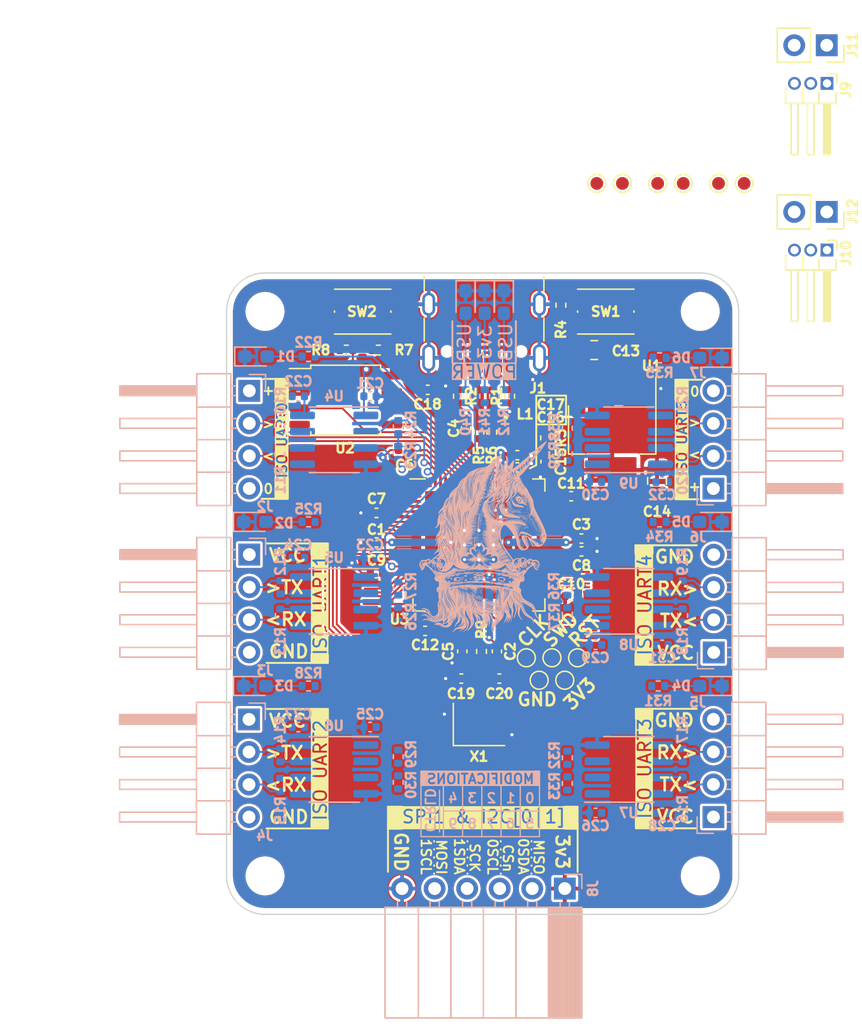
<source format=kicad_pcb>
(kicad_pcb (version 20221018) (generator pcbnew)
  (title_block (title "Ponder") (date "2024-09-10") (rev "0.1"))
  (layers (0 "F.Cu" signal) (31 "B.Cu" signal) (34 "B.Paste" user) (35 "F.Paste" user) (36 "B.SilkS" user "B.Silkscreen") (37 "F.SilkS" user "F.Silkscreen") (38 "B.Mask" user) (39 "F.Mask" user) (44 "Edge.Cuts" user))
  (property "GIT_HEALTH" "clean")
  (property "GIT_VERSION" "v0.0.0-7-gb397fa5")
  (property "PROJECT_DESCRIPTION" "Iso Hexa USB-UART")
  (property "PROJECT_NAME" "Ponder")
  (net 0 "")
  (net 1 "VBUS")
  (net 2 "GND")
  (net 3 "+3V3")
  (net 4 "/XIN")
  (net 5 "+1V1")
  (net 6 "/VREG_AVDD")
  (net 7 "/SWCLK")
  (net 8 "/SWD")
  (net 9 "/VREG_LX")
  (net 10 "/XOUT")
  (net 11 "/QSPI_SS")
  (net 12 "/~{USB_BOOT}")
  (net 13 "/USB_D+")
  (net 14 "/USB_D-")
  (net 15 "/RUN")
  (net 16 "/QSPI_SD1")
  (net 17 "/QSPI_SD2")
  (net 18 "/RP_SPI1-MISO_I2C0-SDA")
  (net 19 "/RP_SPI1-CSn_I2C0-SCL")
  (net 20 "/RP_SPI1-SCK_I2C1-SDA")
  (net 21 "/RP_SPI1-MOSI_I2C1-SCL")
  (net 22 "/RP_UART0_LED")
  (net 23 "/RP_UART0_TX")
  (net 24 "/RP_UART0_RX")
  (net 25 "Net-(R4-Pad1)")
  (net 26 "Net-(J1-CC1)")
  (net 27 "Net-(J1-CC2)")
  (net 30 "/QSPI_SD3")
  (net 31 "/QSPI_SD0")
  (net 32 "/QSPI_SCLK")
  (net 33 "/GPIO47_ADC7")
  (net 34 "/GPIO46_ADC6")
  (net 35 "/GPIO45_ADC5")
  (net 36 "/GPIO44_ADC4")
  (net 37 "/GPIO43_ADC3")
  (net 38 "/GPIO42_ADC2")
  (net 39 "/GPIO41_ADC1")
  (net 40 "/GPIO40_ADC0")
  (net 41 "/RP_UART1_LED")
  (net 42 "/RP_UART1_TX")
  (net 43 "/RP_UART1_RX")
  (net 44 "/RP_UART2_LED")
  (net 45 "/RP_UART2_TX")
  (net 46 "/RP_UART2_RX")
  (net 47 "/RP_UART3_LED")
  (net 48 "/RP_UART3_TX")
  (net 49 "/RP_UART3_RX")
  (net 50 "/RP_UART4_LED")
  (net 51 "/RP_UART5_LED")
  (net 52 "/RP_UART4_TX")
  (net 53 "/RP_UART4_RX")
  (net 54 "/RP_UART5_TX")
  (net 55 "/RP_UART5_RX")
  (net 56 "unconnected-(U3-GPIO6-Pad3)")
  (net 57 "unconnected-(U3-GPIO7-Pad4)")
  (net 59 "/RP_PWR_LED")
  (net 60 "unconnected-(U3-GPIO22-Pad22)")
  (net 61 "unconnected-(U3-GPIO23-Pad23)")
  (net 62 "unconnected-(U3-GPIO28-Pad36)")
  (net 63 "unconnected-(U3-GPIO29-Pad37)")
  (net 64 "unconnected-(U3-GPIO30-Pad38)")
  (net 65 "unconnected-(U3-GPIO31-Pad39)")
  (net 66 "unconnected-(U3-GPIO32-Pad40)")
  (net 67 "unconnected-(U3-GPIO33-Pad42)")
  (net 68 "unconnected-(U3-GPIO34-Pad43)")
  (net 69 "unconnected-(U3-GPIO35-Pad44)")
  (net 70 "unconnected-(U3-GPIO36-Pad45)")
  (net 71 "unconnected-(U3-GPIO37-Pad46)")
  (net 72 "unconnected-(U3-GPIO38-Pad47)")
  (net 73 "unconnected-(U3-GPIO39-Pad48)")
  (net 74 "Net-(C20-Pad1)")
  (net 75 "/DUT0_VCC")
  (net 76 "/DUT0_GND")
  (net 77 "/DUT1_VCC")
  (net 78 "/DUT1_GND")
  (net 79 "Net-(U3-USB_DP)")
  (net 80 "Net-(U3-USB_DM)")
  (net 81 "/DUT2_VCC")
  (net 82 "/DUT2_GND")
  (net 83 "/DUT3_VCC")
  (net 84 "/DUT3_GND")
  (net 85 "/DUT4_VCC")
  (net 86 "/DUT4_GND")
  (net 87 "/DUT5_VCC")
  (net 88 "/DUT5_GND")
  (net 89 "Net-(J2-Pin_2)")
  (net 90 "/DUT0_TX")
  (net 91 "Net-(J2-Pin_3)")
  (net 92 "/DUT0_RX")
  (net 93 "Net-(J3-Pin_2)")
  (net 94 "/DUT1_TX")
  (net 95 "Net-(J3-Pin_3)")
  (net 96 "/DUT1_RX")
  (net 97 "Net-(J4-Pin_2)")
  (net 98 "/DUT2_TX")
  (net 99 "Net-(J4-Pin_3)")
  (net 100 "/DUT2_RX")
  (net 101 "Net-(J5-Pin_2)")
  (net 102 "/DUT3_TX")
  (net 103 "Net-(J5-Pin_3)")
  (net 104 "/DUT3_RX")
  (net 105 "Net-(J6-Pin_2)")
  (net 106 "/DUT4_TX")
  (net 107 "Net-(J6-Pin_3)")
  (net 108 "/DUT4_RX")
  (net 109 "Net-(J7-Pin_2)")
  (net 110 "/DUT5_TX")
  (net 111 "Net-(J7-Pin_3)")
  (net 112 "/DUT5_RX")
  (net 113 "Net-(D7-A)")
  (net 114 "Net-(D8-A)")
  (net 115 "Net-(D9-A)")
  (net 116 "Net-(D1-A)")
  (net 117 "Net-(D2-A)")
  (net 118 "Net-(D3-A)")
  (net 119 "Net-(D4-A)")
  (net 120 "Net-(D5-A)")
  (net 121 "Net-(D6-A)")
  (net 122 "/VOUT2_SELECT")
  (net 123 "/VOUT1_SELECT")
  (footprint "TestPoint:TestPoint_Pad_D1.0mm" (layer "F.Cu") (at 156.25 66 180)
    (fp_text reference "TP2")
    (fp_text value "TestPoint")
  )
  (footprint "Capacitor_SMD:C_0805_2012Metric" (layer "F.Cu") (at 149.3 79)
    (fp_text reference "C13")
    (fp_text value "10u")
  )
  (footprint "Capacitor_SMD:C_0402_1005Metric" (layer "F.Cu") (at 139 102.5 -90)
    (fp_text reference "C5")
    (fp_text value "100n")
  )
  (footprint "Capacitor_SMD:C_0402_1005Metric" (layer "F.Cu") (at 139.3 85.1 90)
    (fp_text reference "C4")
    (fp_text value "100n")
  )
  (footprint "Connector_USB:USB_C_Receptacle_GCT_USB4105-xx-A_16P_TopMnt_Horizontal" (layer "F.Cu") (at 140.7 76.5 180)
    (fp_text reference "J1")
    (fp_text value "USB_C_Receptacle_USB2.0")
  )
  (footprint "MountingHole:MountingHole_2.7mm_M2.5" (layer "F.Cu") (at 123.6 120.0125)
    (fp_text reference "H4" hide)
    (fp_text value "MountingHole")
  )
  (footprint "Capacitor_SMD:C_0402_1005Metric" (layer "F.Cu") (at 145.5 87.7 -90)
    (fp_text reference "C15")
    (fp_text value "4.7u")
  )
  (footprint "Resistor_SMD:R_0402_1005Metric" (layer "F.Cu") (at 146.7 75.5 -90)
    (fp_text reference "R4")
    (fp_text value "1k")
  )
  (footprint "Capacitor_SMD:C_0402_1005Metric" (layer "F.Cu") (at 136.1 100.9 180)
    (fp_text reference "C12")
    (fp_text value "100n")
  )
  (footprint "Capacitor_SMD:C_0402_1005Metric" (layer "F.Cu") (at 143.3 88.15)
    (fp_text reference "C16")
    (fp_text value "4.7u")
  )
  (footprint "Resistor_SMD:R_0402_1005Metric" (layer "F.Cu") (at 141.3 85.4 -90)
    (fp_text reference "R6")
    (fp_text value "27")
  )
  (footprint "Package_TO_SOT_SMD:SOT-223-3_TabPin2" (layer "F.Cu") (at 150.7 85.2 -90)
    (fp_text reference "U1")
    (fp_text value "NCP1117-3.3_SOT223")
  )
  (footprint "Resistor_SMD:R_0402_1005Metric" (layer "F.Cu") (at 138.7 82.6 90)
    (fp_text reference "R2")
    (fp_text value "5k1")
  )
  (footprint "TestPoint:TestPoint_Pad_D1.0mm" (layer "F.Cu") (at 147 104.75)
    (fp_text reference "TP10")
    (fp_text value "TestPoint")
  )
  (footprint "Resistor_SMD:R_0402_1005Metric" (layer "F.Cu") (at 142.7 82.6 90)
    (fp_text reference "R1")
    (fp_text value "5k1")
  )
  (footprint "TestPoint:TestPoint_Pad_D1.0mm" (layer "F.Cu") (at 144 103)
    (fp_text reference "TP7")
    (fp_text value "TestPoint")
  )
  (footprint "Capacitor_SMD:C_0402_1005Metric" (layer "F.Cu") (at 134.5 86.8 180)
    (fp_text reference "C6")
    (fp_text value "100n")
  )
  (footprint "Ponder:RP2350-QFN-80-1EP_10x10_P0.4mm_EP3.4x3.4mm_ThermalVias" (layer "F.Cu") (at 140.3 94.2)
    (fp_text reference "U3")
    (fp_text value "RP2350_80QFN")
  )
  (footprint "MountingHole:MountingHole_2.7mm_M2.5" (layer "F.Cu") (at 157.575 75.985)
    (fp_text reference "H2" hide)
    (fp_text value "MountingHole")
  )
  (footprint "Capacitor_SMD:C_0402_1005Metric" (layer "F.Cu") (at 143.3 87.2)
    (fp_text reference "C17")
    (fp_text value "4.7u")
  )
  (footprint "Capacitor_SMD:C_0402_1005Metric" (layer "F.Cu") (at 132.3 91.7 180)
    (fp_text reference "C7")
    (fp_text value "100n")
  )
  (footprint "Capacitor_SMD:C_0805_2012Metric" (layer "F.Cu") (at 154.2 89.2 -90)
    (fp_text reference "C14")
    (fp_text value "10u")
  )
  (footprint "Capacitor_SMD:C_0402_1005Metric" (layer "F.Cu") (at 148.3 93.7)
    (fp_text reference "C3")
    (fp_text value "100n")
  )
  (footprint "MountingHole:MountingHole_2.7mm_M2.5" (layer "F.Cu") (at 123.6 75.985)
    (fp_text reference "H1" hide)
    (fp_text value "MountingHole")
  )
  (footprint "Resistor_SMD:R_0402_1005Metric" (layer "F.Cu") (at 145.5 85.85 -90)
    (fp_text reference "R3")
    (fp_text value "33")
  )
  (footprint "TestPoint:TestPoint_Pad_D1.0mm" (layer "F.Cu") (at 159 66 180)
    (fp_text reference "TP5")
    (fp_text value "TestPoint")
  )
  (footprint "Resistor_SMD:R_0402_1005Metric" (layer "F.Cu") (at 140.5 102.505 -90)
    (fp_text reference "R9")
    (fp_text value "1k")
  )
  (footprint "Capacitor_SMD:C_0402_1005Metric" (layer "F.Cu") (at 136.3 82.1)
    (fp_text reference "C18")
    (fp_text value "100n")
  )
  (footprint "Package_SO:SOIC-8_5.23x5.23mm_P1.27mm" (layer "F.Cu") (at 129.9 82.905)
    (fp_text reference "U2")
    (fp_text value "W25Q128JVS")
  )
  (footprint "TestPoint:TestPoint_Pad_D1.0mm" (layer "F.Cu") (at 151.5 66 180)
    (fp_text reference "TP1")
    (fp_text value "TestPoint")
  )
  (footprint "MountingHole:MountingHole_2.7mm_M2.5" (layer "F.Cu") (at 157.575 120.0125)
    (fp_text reference "H3" hide)
    (fp_text value "MountingHole")
  )
  (footprint "Capacitor_SMD:C_0402_1005Metric" (layer "F.Cu") (at 148.305 94.7)
    (fp_text reference "C8")
    (fp_text value "100n")
  )
  (footprint "TestPoint:TestPoint_Pad_D1.0mm" (layer "F.Cu") (at 145 104.75)
    (fp_text reference "TP9" hide)
    (fp_text value "TestPoint")
  )
  (footprint "Capacitor_SMD:C_0402_1005Metric" (layer "F.Cu") (at 141.7 102.5 -90)
    (fp_text reference "C2")
    (fp_text value "4.7u")
  )
  (footprint "Capacitor_SMD:C_0402_1005Metric" (layer "F.Cu") (at 132.3 94 180)
    (fp_text reference "C1")
    (fp_text value "100n")
  )
  (footprint "Capacitor_SMD:C_0402_1005Metric" (layer "F.Cu") (at 138.925 104.62 180)
    (fp_text reference "C19")
    (fp_text value "15p")
  )
  (footprint "Button_Switch_SMD:SW_Push_1P1T_NO_Vertical_Wuerth_434133025816" (layer "F.Cu") (at 131.225 76)
    (fp_text reference "SW2")
    (fp_text value "SW_Push")
  )
  (footprint "Capacitor_SMD:C_0402_1005Metric" (layer "F.Cu") (at 147.5 98.2)
    (fp_text reference "C10")
    (fp_text value "100n")
  )
  (footprint "Crystal:Crystal_SMD_3225-4Pin_3.2x2.5mm" (layer "F.Cu") (at 140.3 108.2)
    (fp_text reference "X1")
    (fp_text value "ABM8-272-T3")
  )
  (footprint "Ponder:L_pol_2016" (layer "F.Cu") (at 143.3 85.55)
    (fp_text reference "L1")
    (fp_text value "3.3u")
  )
  (footprint "Connector_PinSocket_2.54mm:PinSocket_1x02_P2.54mm_Vertical" (layer "F.Cu") (at 167.45 68.225 -90)
    (fp_text reference "J12")
    (fp_text value "2.54 SKT")
  )
  (footprint "TestPoint:TestPoint_Pad_D1.0mm" (layer "F.Cu") (at 154.25 66 180)
    (fp_text reference "TP4")
    (fp_text value "TestPoint")
  )
  (footprint "Button_Switch_SMD:SW_Push_1P1T_NO_Vertical_Wuerth_434133025816" (layer "F.Cu") (at 150.2 76)
    (fp_text reference "SW1")
    (fp_text value "SW_Push")
  )
  (footprint "TestPoint:TestPoint_Pad_D1.0mm" (layer "F.Cu") (at 146 103)
    (fp_text reference "TP8" hide)
    (fp_text value "TestPoint")
  )
  (footprint "Capacitor_SMD:C_0402_1005Metric" (layer "F.Cu") (at 147.5 90.4)
    (fp_text reference "C11")
    (fp_text value "100n")
  )
  (footprint "Resistor_SMD:R_0402_1005Metric" (layer "F.Cu") (at 129.95 79 180)
    (fp_text reference "R8")
    (fp_text value "1k")
  )
  (footprint "Resistor_SMD:R_0402_1005Metric" (layer "F.Cu") (at 140.3 85.4 -90)
    (fp_text reference "R5")
    (fp_text value "27")
  )
  (footprint "Connector_PinHeader_1.27mm:PinHeader_1x03_P1.27mm_Horizontal" (layer "F.Cu") (at 167.47 71.2 -90)
    (fp_text reference "J10")
    (fp_text value "1.27 HDR")
  )
  (footprint "Connector_PinHeader_1.27mm:PinHeader_1x03_P1.27mm_Horizontal" (layer "F.Cu") (at 167.47 58.2 -90)
    (fp_text reference "J9")
    (fp_text value "1.27 HDR")
  )
  (footprint "Capacitor_SMD:C_0402_1005Metric" (layer "F.Cu") (at 132.3 96.4 180)
    (fp_text reference "C9")
    (fp_text value "100n")
  )
  (footprint "TestPoint:TestPoint_Pad_D1.0mm" (layer "F.Cu") (at 148 103)
    (fp_text reference "TP11")
    (fp_text value "TestPoint")
  )
  (footprint "Capacitor_SMD:C_0402_1005Metric" (layer "F.Cu") (at 141.895 104.62)
    (fp_text reference "C20")
    (fp_text value "15p")
  )
  (footprint "TestPoint:TestPoint_Pad_D1.0mm" (layer "F.Cu") (at 161 66 180)
    (fp_text reference "TP6")
    (fp_text value "TestPoint")
  )
  (footprint "TestPoint:TestPoint_Pad_D1.0mm" (layer "F.Cu") (at 149.5 66 180)
    (fp_text reference "TP3")
    (fp_text value "TestPoint")
  )
  (footprint "Resistor_SMD:R_0402_1005Metric" (layer "F.Cu") (at 132.45 79 180)
    (fp_text reference "R7")
    (fp_text value "OMIT")
  )
  (footprint "Connector_PinSocket_2.54mm:PinSocket_1x02_P2.54mm_Vertical" (layer "F.Cu") (at 167.45 55.225 -90)
    (fp_text reference "J11")
    (fp_text value "2.54 SKT")
  )
  (footprint "Resistor_SMD:R_0402_1005Metric" (layer "B.Cu") (at 124.8 110.6 -90)
    (fp_text reference "R14")
    (fp_text value "50")
  )
  (footprint "LED_SMD:LED_0603_1608Metric_Pad1.05x0.95mm_HandSolder" (layer "B.Cu") (at 122.9 79.5)
    (fp_text reference "D1")
    (fp_text value "LED")
  )
  (footprint "Capacitor_SMD:C_0402_1005Metric" (layer "B.Cu") (at 149.4 101.995 180)
    (fp_text reference "C29")
    (fp_text value "100n")
  )
  (footprint "Resistor_SMD:R_0402_1005Metric" (layer "B.Cu") (at 147.2 85.09 90)
    (fp_text reference "R38")
    (fp_text value "10k")
  )
  (footprint "Package_SO:SOIC-8_3.9x4.9mm_P1.27mm" (layer "B.Cu") (at 129 86 180)
    (fp_text reference "U4")
    (fp_text value "18012115411H")
  )
  (footprint "Capacitor_SMD:C_0402_1005Metric" (layer "B.Cu") (at 149.4 89.295 180)
    (fp_text reference "C30")
    (fp_text value "100n")
  )
  (footprint "Capacitor_SMD:C_0402_1005Metric" (layer "B.Cu") (at 126.2 82.6 180)
    (fp_text reference "C22")
    (fp_text value "100n")
  )
  (footprint "Resistor_SMD:R_0402_1005Metric" (layer "B.Cu") (at 142.25 82.6 90)
    (fp_text reference "R42")
    (fp_text value "1k")
  )
  (footprint "Resistor_SMD:R_0402_1005Metric" (layer "B.Cu") (at 154.4 92.4)
    (fp_text reference "R34")
    (fp_text value "1k")
  )
  (footprint "Resistor_SMD:R_0402_1005Metric" (layer "B.Cu") (at 124.75 87.14 90)
    (fp_text reference "R11")
    (fp_text value "50")
  )
  (footprint "Resistor_SMD:R_0402_1005Metric" (layer "B.Cu") (at 147.2 112.8 -90)
    (fp_text reference "R33")
    (fp_text value "10k")
  )
  (footprint "Resistor_SMD:R_0402_1005Metric" (layer "B.Cu") (at 134 99.6 -90)
    (fp_text reference "R26")
    (fp_text value "10k")
  )
  (footprint "Capacitor_SMD:C_0402_1005Metric" (layer "B.Cu") (at 126.2 108.4 180)
    (fp_text reference "C27")
    (fp_text value "100n")
  )
  (footprint "Resistor_SMD:R_0402_1005Metric" (layer "B.Cu") (at 156.2 84.895 -90)
    (fp_text reference "R21")
    (fp_text value "50")
  )
  (footprint "Ponder:Crest-10mm" (layer "B.Cu") (at 140.6 93.6 180)
    (fp_text reference "G2" hide)
    (fp_text value "Crest" hide)
  )
  (footprint "LED_SMD:LED_0603_1608Metric_Pad1.05x0.95mm_HandSolder" (layer "B.Cu") (at 158.4 105.2 180)
    (fp_text reference "D4")
    (fp_text value "LED")
  )
  (footprint "Package_SO:SOIC-8_3.9x4.9mm_P1.27mm" (layer "B.Cu") (at 129 98.595 180)
    (fp_text reference "U5")
    (fp_text value "18012115411H")
  )
  (footprint "Connector_PinSocket_2.54mm:PinSocket_1x06_P2.54mm_Horizontal" (layer "B.Cu") (at 147 121 90)
    (fp_text reference "J8")
    (fp_text value "2.54 SKT")
  )
  (footprint "Resistor_SMD:R_0402_1005Metric" (layer "B.Cu") (at 147.2 99.6 -90)
    (fp_text reference "R37")
    (fp_text value "10k")
  )
  (footprint "Capacitor_SMD:C_0402_1005Metric" (layer "B.Cu") (at 154.6 115.1 180)
    (fp_text reference "C28")
    (fp_text value "100n")
  )
  (footprint "Resistor_SMD:R_0402_1005Metric" (layer "B.Cu") (at 134 87 -90)
    (fp_text reference "R23")
    (fp_text value "10k")
  )
  (footprint "Resistor_SMD:R_0402_1005Metric" (layer "B.Cu") (at 156.2 97.5 -90)
    (fp_text reference "R19")
    (fp_text value "50")
  )
  (footprint "Resistor_SMD:R_0402_1005Metric" (layer "B.Cu") (at 134 97.6 90)
    (fp_text reference "R27")
    (fp_text value "10k")
  )
  (footprint "Resistor_SMD:R_0402_1005Metric" (layer "B.Cu") (at 156.2 99.7 90)
    (fp_text reference "R18")
    (fp_text value "50")
  )
  (footprint "Resistor_SMD:R_0402_1005Metric" (layer "B.Cu") (at 124.75 84.9 -90)
    (fp_text reference "R10")
    (fp_text value "50")
  )
  (footprint "Resistor_SMD:R_0402_1005Metric" (layer "B.Cu") (at 154.4 79.6)
    (fp_text reference "R35")
    (fp_text value "1k")
  )
  (footprint "Resistor_SMD:R_0402_1005Metric" (layer "B.Cu") (at 134 112.71 -90)
    (fp_text reference "R30")
    (fp_text value "10k")
  )
  (footprint "Resistor_SMD:R_0402_1005Metric" (layer "B.Cu") (at 139.25 82.6 90)
    (fp_text reference "R40")
    (fp_text value "1k")
  )
  (footprint "Package_SO:SOIC-8_3.9x4.9mm_P1.27mm" (layer "B.Cu") (at 152 86)
    (fp_text reference "U9")
    (fp_text value "18012115411H")
  )
  (footprint "Resistor_SMD:R_0402_1005Metric" (layer "B.Cu") (at 147.2 110.8 90)
    (fp_text reference "R32")
    (fp_text value "10k")
  )
  (footprint "Resistor_SMD:R_0402_1005Metric" (layer "B.Cu") (at 124.8 112.905 90)
    (fp_text reference "R15")
    (fp_text value "50")
  )
  (footprint "Resistor_SMD:R_0402_1005Metric" (layer "B.Cu") (at 147.2 87.09 -90)
    (fp_text reference "R39")
    (fp_text value "10k")
  )
  (footprint "Connector_PinHeader_2.54mm:PinHeader_1x04_P2.54mm_Horizontal" (layer "B.Cu") (at 158.625 102.58)
    (fp_text reference "J6")
    (fp_text value "2.54 HDR")
  )
  (footprint "LED_SMD:LED_0603_1608Metric_Pad1.05x0.95mm_HandSolder" (layer "B.Cu") (at 122.8 105.2)
    (fp_text reference "D3")
    (fp_text value "LED")
  )
  (footprint "Capacitor_SMD:C_0402_1005Metric" (layer "B.Cu") (at 126.2 95.2 180)
    (fp_text reference "C24")
    (fp_text value "100n")
  )
  (footprint "Capacitor_SMD:C_0402_1005Metric" (layer "B.Cu") (at 154.6 101.995 180)
    (fp_text reference "C31")
    (fp_text value "100n")
  )
  (footprint "Resistor_SMD:R_0402_1005Metric" (layer "B.Cu") (at 127 92.4 180)
    (fp_text reference "R25")
    (fp_text value "1k")
  )
  (footprint "LED_SMD:LED_0603_1608Metric_Pad1.05x0.95mm_HandSolder" (layer "B.Cu") (at 142.25 75.25 -90)
    (fp_text reference "D9" hide)
    (fp_text value "LED")
  )
  (footprint "Package_SO:SOIC-8_3.9x4.9mm_P1.27mm" (layer "B.Cu") (at 152 111.705)
    (fp_text reference "U7")
    (fp_text value "18012115411H")
  )
  (footprint "Resistor_SMD:R_0402_1005Metric" (layer "B.Cu") (at 147.2 97.6 90)
    (fp_text reference "R36")
    (fp_text value "10k")
  )
  (footprint "LED_SMD:LED_0603_1608Metric_Pad1.05x0.95mm_HandSolder" (layer "B.Cu") (at 139.25 75.25 -90)
    (fp_text reference "D7" hide)
    (fp_text value "LED")
  )
  (footprint "Capacitor_SMD:C_0402_1005Metric" (layer "B.Cu") (at 131.8 82.6)
    (fp_text reference "C21")
    (fp_text value "100n")
  )
  (footprint "Resistor_SMD:R_0402_1005Metric" (layer "B.Cu") (at 134 110.71 90)
    (fp_text reference "R29")
    (fp_text value "10k")
  )
  (footprint "Capacitor_SMD:C_0402_1005Metric" (layer "B.Cu") (at 149.4 115.1 180)
    (fp_text reference "C26")
    (fp_text value "100n")
  )
  (footprint "Connector_PinHeader_2.54mm:PinHeader_1x04_P2.54mm_Horizontal" (layer "B.Cu") (at 122.375 82.175 180)
    (fp_text reference "J2")
    (fp_text value "2.54 HDR")
  )
  (footprint "Connector_PinHeader_2.54mm:PinHeader_1x04_P2.54mm_Horizontal" (layer "B.Cu") (at 158.6 89.8)
    (fp_text reference "J7")
    (fp_text value "2.54 HDR")
  )
  (footprint "Package_SO:SOIC-8_3.9x4.9mm_P1.27mm" (layer "B.Cu") (at 152 98.595)
    (fp_text reference "U8")
    (fp_text value "18012115411H")
  )
  (footprint "Resistor_SMD:R_0402_1005Metric" (layer "B.Cu") (at 156.2 112.8 90)
    (fp_text reference "R16")
    (fp_text value "50")
  )
  (footprint "Resistor_SMD:R_0402_1005Metric" (layer "B.Cu") (at 124.8 99.7 90)
    (fp_text reference "R13")
    (fp_text value "50")
  )
  (footprint "LED_SMD:LED_0603_1608Metric_Pad1.05x0.95mm_HandSolder" (layer "B.Cu") (at 140.75 75.25 -90)
    (fp_text reference "D8" hide)
    (fp_text value "LED")
  )
  (footprint "Resistor_SMD:R_0402_1005Metric" (layer "B.Cu") (at 154.29 105.2)
    (fp_text reference "R31")
    (fp_text value "1k")
  )
  (footprint "Resistor_SMD:R_0402_1005Metric" (layer "B.Cu") (at 156.2 110.6 -90)
    (fp_text reference "R17")
    (fp_text value "50")
  )
  (footprint "LED_SMD:LED_0603_1608Metric_Pad1.05x0.95mm_HandSolder" (layer "B.Cu") (at 122.8 92.4)
    (fp_text reference "D2")
    (fp_text value "LED")
  )
  (footprint "Resistor_SMD:R_0402_1005Metric" (layer "B.Cu") (at 124.8 97.5 -90)
    (fp_text reference "R12")
    (fp_text value "50")
  )
  (footprint "Connector_PinHeader_2.54mm:PinHeader_1x04_P2.54mm_Horizontal" (layer "B.Cu") (at 122.375 94.95 180)
    (fp_text reference "J3")
    (fp_text value "2.54 HDR")
  )
  (footprint "LED_SMD:LED_0603_1608Metric_Pad1.05x0.95mm_HandSolder" (layer "B.Cu") (at 158.4 79.6 180)
    (fp_text reference "D6")
    (fp_text value "LED")
  )
  (footprint "LED_SMD:LED_0603_1608Metric_Pad1.05x0.95mm_HandSolder" (layer "B.Cu") (at 158.4 92.4 180)
    (fp_text reference "D5")
    (fp_text value "LED")
  )
  (footprint "Capacitor_SMD:C_0402_1005Metric" (layer "B.Cu") (at 131.8 108.4 180)
    (fp_text reference "C25")
    (fp_text value "100n")
  )
  (footprint "Connector_PinHeader_2.54mm:PinHeader_1x04_P2.54mm_Horizontal" (layer "B.Cu") (at 158.6 115.42)
    (fp_text reference "J5")
    (fp_text value "2.54 HDR")
  )
  (footprint "Capacitor_SMD:C_0402_1005Metric" (layer "B.Cu") (at 154.6 89.295 180)
    (fp_text reference "C32")
    (fp_text value "100n")
  )
  (footprint "Resistor_SMD:R_0402_1005Metric" (layer "B.Cu") (at 156.2 87.2 90)
    (fp_text reference "R20")
    (fp_text value "50")
  )
  (footprint "Package_SO:SOIC-8_3.9x4.9mm_P1.27mm" (layer "B.Cu") (at 129 111.705 180)
    (fp_text reference "U6")
    (fp_text value "18012115411H")
  )
  (footprint "Resistor_SMD:R_0402_1005Metric" (layer "B.Cu") (at 127 79.5 180)
    (fp_text reference "R22")
    (fp_text value "1k")
  )
  (footprint "Resistor_SMD:R_0402_1005Metric" (layer "B.Cu") (at 140.75 82.6 90)
    (fp_text reference "R41")
    (fp_text value "1k")
  )
  (footprint "Capacitor_SMD:C_0402_1005Metric" (layer "B.Cu") (at 131.8 95.2 180)
    (fp_text reference "C23")
    (fp_text value "100n")
  )
  (footprint "Resistor_SMD:R_0402_1005Metric" (layer "B.Cu") (at 127 105.2 180)
    (fp_text reference "R28")
    (fp_text value "1k")
  )
  (footprint "Ponder:ModStrike" (layer "B.Cu") (at 140.425 114.95 180)
    (fp_text reference "G1" hide)
    (fp_text value "ModStrike")
  )
  (footprint "Resistor_SMD:R_0402_1005Metric" (layer "B.Cu") (at 134 85 90)
    (fp_text reference "R24")
    (fp_text value "10k")
  )
  (footprint "Connector_PinHeader_2.54mm:PinHeader_1x04_P2.54mm_Horizontal" (layer "B.Cu") (at 122.35 107.805 180)
    (fp_text reference "J4")
    (fp_text value "2.54 HDR")
  )
  (gr_line (start 138.225 79.95) (end 138.225 76.75) (stroke (width 0.15)) (layer "B.SilkS"))
  (gr_line (start 143.185 79.94) (end 143.185 76.74) (stroke (width 0.15)) (layer "B.SilkS"))
  (gr_line (start 147.1 84.8) (end 144.775 84.8) (stroke (width 0.15)) (layer "F.SilkS"))
  (gr_rect (start 152.514986 94.2252) (end 153.84976 94.884144) (stroke (width 0.15)) (fill solid) (layer "F.SilkS"))
  (gr_line (start 123.735 106.99) (end 127.5 106.99) (stroke (width 0.15)) (layer "F.SilkS"))
  (gr_line (start 144.775 87.975) (end 144.775 82.55) (stroke (width 0.15)) (layer "F.SilkS"))
  (gr_line (start 157.30545 94.224372) (end 153.53045 94.224372) (stroke (width 0.15)) (layer "F.SilkS"))
  (gr_line (start 123.725 116.31) (end 127.5 116.31) (stroke (width 0.15)) (layer "F.SilkS"))
  (gr_rect (start 155.63492 81.314906) (end 156.6 82.886399) (stroke (width 0.15)) (fill solid) (layer "F.SilkS"))
  (gr_line (start 157.2825 116.3) (end 153.5175 116.3) (stroke (width 0.15)) (layer "F.SilkS"))
  (gr_line (start 144.4 117.3) (end 144.4 119.9) (stroke (width 0.15) (type dot)) (layer "F.SilkS"))
  (gr_rect (start 124.41848 81.248997) (end 125.38329 83.067387) (stroke (width 0.15)) (fill solid) (layer "F.SilkS"))
  (gr_line (start 144.775 82.55) (end 147.1 82.55) (stroke (width 0.15)) (layer "F.SilkS"))
  (gr_line (start 144.775 87.975) (end 144.275 88.225) (stroke (width 0.15)) (layer "F.SilkS"))
  (gr_line (start 123.725 103.4) (end 127.5 103.4) (stroke (width 0.15)) (layer "F.SilkS"))
  (gr_rect (start 127.227185 94.079252) (end 128.512524 94.97845) (stroke (width 0.15)) (fill solid) (layer "F.SilkS"))
  (gr_rect (start 152.548786 106.980828) (end 153.833588 107.739772) (stroke (width 0.15)) (fill solid) (layer "F.SilkS"))
  (gr_line (start 123.735 94.08) (end 127.5 94.08) (stroke (width 0.15)) (layer "F.SilkS"))
  (gr_line (start 148.000828 119.701313) (end 148.000828 115.926313) (stroke (width 0.15)) (layer "F.SilkS"))
  (gr_rect (start 127.226203 102.765628) (end 128.512896 103.401389) (stroke (width 0.15)) (fill solid) (layer "F.SilkS"))
  (gr_line (start 142 117.3) (end 142 119.9) (stroke (width 0.15) (type dot)) (layer "F.SilkS"))
  (gr_rect (start 155.637069 88.784372) (end 156.602149 90.634496) (stroke (width 0.15)) (fill solid) (layer "F.SilkS"))
  (gr_line (start 157.2925 106.98) (end 153.5175 106.98) (stroke (width 0.15)) (layer "F.SilkS"))
  (gr_rect (start 152.514842 102.73284) (end 153.846325 103.543915) (stroke (width 0.15)) (fill solid) (layer "F.SilkS"))
  (gr_line (start 136.8 117.3) (end 136.8 119.9) (stroke (width 0.15) (type dot)) (layer "F.SilkS"))
  (gr_line (start 157.4 90.634372) (end 156.041277 90.634372) (stroke (width 0.15)) (layer "F.SilkS"))
  (gr_line (start 123.5 81.25) (end 124.99391 81.25) (stroke (width 0.15)) (layer "F.SilkS"))
  (gr_line (start 157.699002 81.314372) (end 155.864907 81.314906) (stroke (width 0.15)) (layer "F.SilkS"))
  (gr_rect (start 147 114.617194) (end 148.000861 116.331112) (stroke (width 0.15)) (fill solid) (layer "F.SilkS"))
  (gr_rect (start 152.547089 115.488468) (end 153.833375 116.299543) (stroke (width 0.15)) (fill solid) (layer "F.SilkS"))
  (gr_line (start 147.1 82.55) (end 147.1 84.8) (stroke (width 0.15)) (layer "F.SilkS"))
  (gr_line (start 123.336185 90.6) (end 125.298118 90.6) (stroke (width 0.15)) (layer "F.SilkS"))
  (gr_rect (start 127.227185 106.989252) (end 128.512524 107.88845) (stroke (width 0.15)) (fill solid) (layer "F.SilkS"))
  (gr_line (start 139.4 117.3) (end 139.4 119.9) (stroke (width 0.15) (type dot)) (layer "F.SilkS"))
  (gr_line (start 144.775 86.875) (end 144.275 87.125) (stroke (width 0.15)) (layer "F.SilkS"))
  (gr_line (start 157.29545 103.544372) (end 153.53045 103.544372) (stroke (width 0.15)) (layer "F.SilkS"))
  (gr_rect (start 133.198918 114.616544) (end 134.303977 116.330956) (stroke (width 0.15)) (fill solid) (layer "F.SilkS"))
  (gr_line (start 133.199543 119.692268) (end 133.199543 115.927268) (stroke (width 0.15)) (layer "F.SilkS"))
  (gr_rect (start 127.226203 115.675628) (end 128.512896 116.311389) (stroke (width 0.15)) (fill solid) (layer "F.SilkS"))
  (gr_rect (start 124.416921 88.972573) (end 125.383079 90.599362) (stroke (width 0.15)) (fill solid) (layer "F.SilkS"))
  (gr_line (start 120.6 120) (end 120.6 75.985) (stroke (width 0.1)) (layer "Edge.Cuts"))
  (gr_arc (start 157.575 72.985) (mid 159.69632 73.86368) (end 160.575 75.985) (stroke (width 0.1)) (layer "Edge.Cuts"))
  (gr_arc (start 120.6 75.985) (mid 121.47868 73.86368) (end 123.6 72.985) (stroke (width 0.1)) (layer "Edge.Cuts"))
  (gr_arc (start 123.6125 123.0125) (mid 121.482341 122.130159) (end 120.6 120) (stroke (width 0.1)) (layer "Edge.Cuts"))
  (gr_line (start 123.6 72.985) (end 157.575 72.985) (stroke (width 0.1)) (layer "Edge.Cuts"))
  (gr_arc (start 160.575 120.025) (mid 159.699982 122.137482) (end 157.5875 123.0125) (stroke (width 0.1)) (layer "Edge.Cuts"))
  (gr_line (start 157.5875 123.0125) (end 123.6125 123.0125) (stroke (width 0.1)) (layer "Edge.Cuts"))
  (gr_line (start 160.575 75.985) (end 160.575 120.025) (stroke (width 0.1)) (layer "Edge.Cuts"))
  (gr_text "POWER" (at 143.375 81.28) (layer "B.SilkS" knockout) (effects (font (size 1 1)) (justify left bottom mirror)))
  (gr_text "3V3" (at 149.25 104.75 45) (layer "F.SilkS") (effects (font (size 1 1) (thickness 0.2) bold) (justify right)))
  (gr_text "TX<" (at 157.53045 99.534372) (layer "F.SilkS") (effects (font (size 1 1) (thickness 0.2) bold) (justify right top)))
  (gr_text "GND" (at 157.2 107.3) (layer "F.SilkS") (effects (font (size 1 1) (thickness 0.2) bold) (justify right top)))
  (gr_text "GND" (at 134.8 119.8 -90) (layer "F.SilkS") (effects (font (size 1 1) (thickness 0.2) bold) (justify right top)))
  (gr_text ">TX" (at 123.5 111) (layer "F.SilkS") (effects (font (size 1 1) (thickness 0.2) bold) (justify left bottom)))
  (gr_text "0" (at 157.6 81.8) (layer "F.SilkS") (effects (font (size 0.75 0.75) (thickness 0.15) bold) (justify right top)))
  (gr_text "+" (at 157.7 89.2) (layer "F.SilkS") (effects (font (size 0.75 0.75) (thickness 0.15) bold) (justify right top)))
  (gr_text "CSn" (at 143 119.8 270) (layer "F.SilkS") (effects (font (size 0.75 0.75) (thickness 0.15) bold) (justify right top)))
  (gr_text "VCC" (at 123.8 95.59) (layer "F.SilkS") (effects (font (size 1 1) (thickness 0.2) bold) (justify left bottom)))
  (gr_text "ISO UART3" (at 153.23705 115.665628 90) (layer "F.SilkS" knockout) (effects (font (size 1 1)) (justify left)))
  (gr_text ">" (at 157.7 84.2) (layer "F.SilkS") (effects (font (size 0.75 0.75) (thickness 0.15) bold) (justify right top)))
  (gr_text "1SCL" (at 136.6 120 270) (layer "F.SilkS") (effects (font (size 0.75 0.75) (thickness 0.15) bold) (justify right top)))
  (gr_text "ISO UART4" (at 153.25 102.91 90) (layer "F.SilkS" knockout) (effects (font (size 1 1)) (justify left)))
  (gr_text "RX>" (at 157.5 109.8) (layer "F.SilkS") (effects (font (size 1 1) (thickness 0.2) bold) (justify right top)))
  (gr_text "VCC" (at 123.8 108.5) (layer "F.SilkS") (effects (font (size 1 1) (thickness 0.2) bold) (justify left bottom)))
  (gr_text "GND" (at 123.8 116) (layer "F.SilkS") (effects (font (size 1 1) (thickness 0.2) bold) (justify left bottom)))
  (gr_text "<" (at 157.7 86.7) (layer "F.SilkS") (effects (font (size 0.75 0.75) (thickness 0.15) bold) (justify right top)))
  (gr_text ">TX" (at 123.5 98.09) (layer "F.SilkS") (effects (font (size 1 1) (thickness 0.2) bold) (justify left bottom)))
  (gr_text "0SDA" (at 144.2 120 270) (layer "F.SilkS") (effects (font (size 0.75 0.75) (thickness 0.15) bold) (justify right top)))
  (gr_text "ISO UART2" (at 128.5 115.8 90) (layer "F.SilkS" knockout) (effects (font (size 1 1)) (justify left bottom)))
  (gr_text "0SCL" (at 141.8 120 270) (layer "F.SilkS") (effects (font (size 0.75 0.75) (thickness 0.15) bold) (justify right top)))
  (gr_text "ISO UART0" (at 124.498118 82.984372 90) (layer "F.SilkS" knockout) (effects (font (size 0.75 0.75)) (justify right top)))
  (gr_text "3v3" (at 147.4 119.6 270) (layer "F.SilkS") (effects (font (size 1 1) (thickness 0.2) bold) (justify right top)))
  (gr_text "0" (at 123.4 90.2 180) (layer "F.SilkS") (effects (font (size 0.75 0.75) (thickness 0.15) bold) (justify right top)))
  (gr_text "ISO UART1" (at 128.5 102.89 90) (layer "F.SilkS" knockout) (effects (font (size 1 1)) (justify left bottom)))
  (gr_text "RST" (at 147.5 102 45) (layer "F.SilkS") (effects (font (size 1 1) (thickness 0.2) bold) (justify left)))
  (gr_text "SPI1 & I2C[0|1]" (at 134.2 115.4) (layer "F.SilkS" knockout) (effects (font (size 1 1)) (justify left)))
  (gr_text "<" (at 123.3 85.3 180) (layer "F.SilkS") (effects (font (size 0.75 0.75) (thickness 0.15) bold) (justify right top)))
  (gr_text "GND" (at 146.5 106.25) (layer "F.SilkS") (effects (font (size 1 1) (thickness 0.2) bold) (justify right)))
  (gr_text "ISO UART5" (at 156.593552 88.9 90) (layer "F.SilkS" knockout) (effects (font (size 0.75 0.75)) (justify left bottom)))
  (gr_text "RX>" (at 157.53045 97.034372) (layer "F.SilkS") (effects (font (size 1 1) (thickness 0.2) bold) (justify right top)))
  (gr_text "SWD" (at 145.5 102 45) (layer "F.SilkS") (effects (font (size 1 1) (thickness 0.2) bold) (justify left)))
  (gr_text "MISO" (at 145.4 120 270) (layer "F.SilkS") (effects (font (size 0.75 0.75) (thickness 0.15) bold) (justify right top)))
  (gr_text "MOSI" (at 137.8 120 270) (layer "F.SilkS") (effects (font (size 0.75 0.75) (thickness 0.15) bold) (justify right top)))
  (gr_text "1SDA" (at 139.2 120 270) (layer "F.SilkS") (effects (font (size 0.75 0.75) (thickness 0.15) bold) (justify right top)))
  (gr_text "VCC" (at 157.2 114.8) (layer "F.SilkS") (effects (font (size 1 1) (thickness 0.2) bold) (justify right top)))
  (gr_text "VCC" (at 157.23045 102.034372) (layer "F.SilkS") (effects (font (size 1 1) (thickness 0.2) bold) (justify right top)))
  (gr_text "<RX" (at 123.5 113.5) (layer "F.SilkS") (effects (font (size 1 1) (thickness 0.2) bold) (justify left bottom)))
  (gr_text "SCK" (at 140.4 119.8 270) (layer "F.SilkS") (effects (font (size 0.75 0.75) (thickness 0.15) bold) (justify right top)))
  (gr_text "+" (at 123.3 82.684372 180) (layer "F.SilkS") (effects (font (size 0.75 0.75) (thickness 0.15) bold) (justify right top)))
  (gr_text ">" (at 123.3 87.8 180) (layer "F.SilkS") (effects (font (size 0.75 0.75) (thickness 0.15) bold) (justify right top)))
  (gr_text "TX<" (at 157.5 112.3) (layer "F.SilkS") (effects (font (size 1 1) (thickness 0.2) bold) (justify right top)))
  (gr_text "CLK" (at 143.5 102 45) (layer "F.SilkS") (effects (font (size 1 1) (thickness 0.2) bold) (justify left)))
  (gr_text "GND" (at 123.8 103.09) (layer "F.SilkS") (effects (font (size 1 1) (thickness 0.2) bold) (justify left bottom)))
  (gr_text "<RX" (at 123.5 100.59) (layer "F.SilkS") (effects (font (size 1 1) (thickness 0.2) bold) (justify left bottom)))
  (gr_text "GND" (at 157.23045 94.534372) (layer "F.SilkS") (effects (font (size 1 1) (thickness 0.2) bold) (justify right top)))
  (gr_text_box "USR\n3v3\nUSB" (start 137.82875 80.015) (end 143.64125 76.765) (angle 90) (layer "B.SilkS") (effects (font (size 1 1)) (justify top mirror)))
  (segment (start 143.1 81) (end 144.1 82) (width 0.3) (layer "F.Cu") (net 1))
  (segment (start 143.1 80.18) (end 143.1 81) (width 0.3) (layer "F.Cu") (net 1))
  (segment (start 143.1 79.6) (end 143.1 80.18) (width 0.3) (layer "F.Cu") (net 1))
  (segment (start 138.3 80.18) (end 138.3 79.6) (width 0.3) (layer "F.Cu") (net 1))
  (segment (start 142.3 78.8) (end 143.1 79.6) (width 0.3) (layer "F.Cu") (net 1))
  (segment (start 138.3 79.6) (end 139.1 78.8) (width 0.3) (layer "F.Cu") (net 1))
  (segment (start 139.1 78.8) (end 142.3 78.8) (width 0.3) (layer "F.Cu") (net 1))
  (segment (start 138.44 104.62) (end 137.7 104.62) (width 0.2) (layer "F.Cu") (net 2))
  (segment (start 145.5 88.5) (end 145.1 88.9) (width 0.4) (layer "F.Cu") (net 2))
  (segment (start 137.7 81.2) (end 137.7 81.8) (width 0.15) (layer "F.Cu") (net 2))
  (segment (start 137.5 80.18) (end 137.5 81) (width 0.15) (layer "F.Cu") (net 2))
  (segment (start 143.9 80.7) (end 144.5 81.3) (width 0.15) (layer "F.Cu") (net 2))
  (segment (start 134.725 74.925) (end 135.225 75.425) (width 0.15) (layer "F.Cu") (net 2))
  (segment (start 147.98 90.4) (end 148.6 90.4) (width 0.15) (layer "F.Cu") (net 2))
  (segment (start 145.5 88.18) (end 145.5 88.5) (width 0.4) (layer "F.Cu") (net 2))
  (segment (start 135.225 75.425) (end 136.38 75.425) (width 0.15) (layer "F.Cu") (net 2))
  (segment (start 142.7 83.8) (end 142.7 83.11) (width 0.15) (layer "F.Cu") (net 2))
  (segment (start 138.58 103.4) (end 139 102.98) (width 0.15) (layer "F.Cu") (net 2))
  (segment (start 139.3 84.62) (end 139.3 83.9) (width 0.2) (layer "F.Cu") (net 2))
  (segment (start 137.5 81) (end 137.7 81.2) (width 0.15) (layer "F.Cu") (net 2))
  (segment (start 131.085 91.7) (end 131.82 91.7) (width 0.15) (layer "F.Cu") (net 2))
  (segment (start 142.38 105.67) (end 142.38 104.62) (width 0.15) (layer "F.Cu") (net 2))
  (segment (start 138.7 83.11) (end 138.7 83.3) (width 0.15) (layer "F.Cu") (net 2))
  (segment (start 136.78 82.1) (end 137.4 82.1) (width 0.15) (layer "F.Cu") (net 2))
  (segment (start 131.08 94) (end 131.82 94) (width 0.15) (layer "F.Cu") (net 2))
  (segment (start 142.375 105.675) (end 142.38 105.67) (width 0.15) (layer "F.Cu") (net 2))
  (segment (start 142.46 102.98) (end 142.5 103.02) (width 0.15) (layer "F.Cu") (net 2))
  (segment (start 130.38565 95.597312) (end 130.6 95.811662) (width 0.15) (layer "F.Cu") (net 2))
  (segment (start 138.7 83.3) (end 139.3 83.9) (width 0.15) (layer "F.Cu") (net 2))
  (segment (start 129.15 74.925) (end 133.3 74.925) (width 0.15) (layer "F.Cu") (net 2))
  (segment (start 130.6 95.811662) (end 130.6 95.824264) (width 0.15) (layer "F.Cu") (net 2))
  (segment (start 131.175736 96.4) (end 131.82 96.4) (width 0.15) (layer "F.Cu") (net 2))
  (segment (start 148.6 90.4) (end 148.8 90.6) (width 0.15) (layer "F.Cu") (net 2))
  (segment (start 153 82.05) (end 154.45 82.05) (width 0.15) (layer "F.Cu") (net 2))
  (segment (start 130.6 95.824264) (end 131.175736 96.4) (width 0.15) (layer "F.Cu") (net 2))
  (segment (start 137.4 82.1) (end 137.7 81.8) (width 0.15) (layer "F.Cu") (net 2))
  (segment (start 138.2 103.4) (end 138.58 103.4) (width 0.15) (layer "F.Cu") (net 2))
  (segment (start 146.115 75.425) (end 145.02 75.425) (width 0.15) (layer "F.Cu") (net 2))
  (segment (start 133.3755 86.8) (end 134.02 86.8) (width 0.15) (layer "F.Cu") (net 2))
  (segment (start 133.3 74.925) (end 134.725 74.925) (width 0.15) (layer "F.Cu") (net 2))
  (segment (start 148.785 94.7) (end 149.52 94.7) (width 0.15) (layer "F.Cu") (net 2))
  (segment (start 132.8 87.3755) (end 133.3755 86.8) (width 0.15) (layer "F.Cu") (net 2))
  (segment (start 141.7 102.98) (end 142.46 102.98) (width 0.15) (layer "F.Cu") (net 2))
  (segment (start 154.45 82.05) (end 154.5 82) (width 0.15) (layer "F.Cu") (net 2))
  (segment (start 143.9 80.18) (end 143.9 80.7) (width 0.15) (layer "F.Cu") (net 2))
  (segment (start 148.78 93.7) (end 149.52 93.7) (width 0.15) (layer "F.Cu") (net 2))
  (segment (start 151.5 79) (end 150.25 79) (width 0.15) (layer "F.Cu") (net 2))
  (segment (start 146.7 76.01) (end 146.115 75.425) (width 0.15) (layer "F.Cu") (net 2))
  (via (at 130.38565 95.597312) (size 0.6) (drill 0.25) (layers "F.Cu" "B.Cu") (net 2))
  (via (at 132.8 87.3755) (size 0.6) (drill 0.25) (layers "F.Cu" "B.Cu") (net 2))
  (via (at 137.6 107.4) (size 0.6) (drill 0.25) (layers "F.Cu" "B.Cu") (net 2))
  (via (at 137.7 104.62) (size 0.6) (drill 0.25) (layers "F.Cu" "B.Cu") (net 2))
  (via (at 131.08 94) (size 0.6) (drill 0.25) (layers "F.Cu" "B.Cu") (net 2))
  (via (at 149.52 93.7) (size 0.6) (drill 0.25) (layers "F.Cu" "B.Cu") (net 2))
  (via (at 144.4 87.25) (size 0.6) (drill 0.25) (layers "F.Cu" "B.Cu") (net 2))
  (via (at 144.4 87.85) (size 0.6) (drill 0.25) (layers "F.Cu" "B.Cu") (net 2))
  (via (at 142.875 109) (size 0.6) (drill 0.25) (layers "F.Cu" "B.Cu") (net 2))
  (via (at 154.5 82) (size 0.6) (drill 0.25) (layers "F.Cu" "B.Cu") (net 2))
  (via (at 139.3 83.9) (size 0.6) (drill 0.25) (layers "F.Cu" "B.Cu") (net 2))
  (via (at 142.5 103.02) (size 0.6) (drill 0.25) (layers "F.Cu" "B.Cu") (net 2))
  (via (at 149.52 94.7) (size 0.6) (drill 0.25) (layers "F.Cu" "B.Cu") (net 2))
  (via (at 137.7 81.8) (size 0.6) (drill 0.25) (layers "F.Cu" "B.Cu") (net 2))
  (via (at 131.085 91.7) (size 0.6) (drill 0.25) (layers "F.Cu" "B.Cu") (net 2))
  (via (at 138.2 103.4) (size 0.6) (drill 0.25) (layers "F.Cu" "B.Cu") (net 2))
  (via (at 148.8 90.6) (size 0.6) (drill 0.25) (layers "F.Cu" "B.Cu") (net 2))
  (via (at 142.7 83.8) (size 0.6) (drill 0.25) (layers "F.Cu" "B.Cu") (net 2))
  (via (at 145.1 88.9) (size 0.6) (drill 0.25) (layers "F.Cu" "B.Cu") (net 2))
  (via (at 144.5 81.3) (size 0.6) (drill 0.25) (layers "F.Cu" "B.Cu") (net 2))
  (via (at 151.5 79) (size 0.6) (drill 0.25) (layers "F.Cu" "B.Cu") (net 2))
  (via (at 142.375 105.675) (size 0.6) (drill 0.25) (layers "F.Cu" "B.Cu") (net 2))
  (segment (start 146.6 94.4) (end 146.9 94.7) (width 0.15) (layer "F.Cu") (net 3))
  (segment (start 133.45 79) (end 132.96 79) (width 0.15) (layer "F.Cu") (net 3))
  (segment (start 137.7 100.4) (end 137.2 100.9) (width 0.15) (layer "F.Cu") (net 3))
  (segment (start 135.4035 92) (end 136.2 92) (width 0.2) (layer "F.Cu") (net 3))
  (segment (start 138.1 89.3035) (end 138.1 88.674264) (width 0.15) (layer "F.Cu") (net 3))
  (segment (start 146.5 90.4) (end 147.02 90.4) (width 0.15) (layer "F.Cu") (net 3))
  (segment (start 140.9 89.3035) (end 140.9 90.1) (width 0.2) (layer "F.Cu") (net 3))
  (segment (start 140.8 87.8) (end 140.8 88.3) (width 0.15) (layer "F.Cu") (net 3))
  (segment (start 140.8 88.3) (end 140.9 88.4) (width 0.15) (layer "F.Cu") (net 3))
  (segment (start 134.3 96) (end 135.69 96) (width 0.15) (layer "F.Cu") (net 3))
  (segment (start 133.9 96.4) (end 134.3 96) (width 0.15) (layer "F.Cu") (net 3))
  (segment (start 142.9 89.3035) (end 142.9 90.1) (width 0.2) (layer "F.Cu") (net 3))
  (segment (start 137.2 100.9) (end 136.58 100.9) (width 0.15) (layer "F.Cu") (net 3))
  (segment (start 137.7 99.0965) (end 137.7 98.3) (width 0.2) (layer "F.Cu") (net 3))
  (segment (start 146.9 94.7) (end 147.825 94.7) (width 0.15) (layer "F.Cu") (net 3))
  (segment (start 135.4035 96) (end 136.2 96) (width 0.2) (layer "F.Cu") (net 3))
  (segment (start 141.3 88.8) (end 140.8 88.3) (width 0.15) (layer "F.Cu") (net 3))
  (segment (start 139.7 101.32) (end 139 102.02) (width 0.15) (layer "F.Cu") (net 3))
  (segment (start 137.7 99.0965) (end 137.7 100.4) (width 0.15) (layer "F.Cu") (net 3))
  (segment (start 140.9 88.4) (end 140.9 89.3035) (width 0.15) (layer "F.Cu") (net 3))
  (segment (start 133.5 81) (end 133.5 79.05) (width 0.15) (layer "F.Cu") (net 3))
  (segment (start 133.5 91.7) (end 132.78 91.7) (width 0.15) (layer "F.Cu") (net 3))
  (segment (start 139.7 98.81) (end 139.7 101.32) (width 0.15) (layer "F.Cu") (net 3))
  (segment (start 144.91 94.4) (end 146.6 94.4) (width 0.15) (layer "F.Cu") (net 3))
  (segment (start 145.1965 94.4) (end 144.1 94.4) (width 0.2) (layer "F.Cu") (net 3))
  (segment (start 135.4035 92) (end 133.8 92) (width 0.15) (layer "F.Cu") (net 3))
  (segment (start 145.1965 98) (end 146.05 98) (width 0.15) (layer "F.Cu") (net 3))
  (segment (start 145.1965 90.8) (end 146.1 90.8) (width 0.15) (layer "F.Cu") (net 3))
  (segment (start 146.05 98) (end 146.25 98.2) (width 0.15) (layer "F.Cu") (net 3))
  (segment (start 146.1 90.8) (end 146.5 90.4) (width 0.15) (layer "F.Cu") (net 3))
  (segment (start 136.225736 86.8) (end 134.98 86.8) (width 0.15) (layer "F.Cu") (net 3))
  (segment (start 139.3 85.58) (end 139.3 86.3) (width 0.15) (layer "F.Cu") (net 3))
  (segment (start 139.3 86.3) (end 140.8 87.8) (width 0.15) (layer "F.Cu") (net 3))
  (segment (start 133.8 92) (end 133.5 91.7) (width 0.15) (layer "F.Cu") (net 3))
  (segment (start 138.1 89.3035) (end 138.1 90.1) (width 0.2) (layer "F.Cu") (net 3))
  (segment (start 139.7 99.0965) (end 139.7 98.3) (width 0.2) (layer "F.Cu") (net 3))
  (segment (start 141.3 89.3035) (end 141.3 88.8) (width 0.15) (layer "F.Cu") (net 3))
  (segment (start 146.25 98.2) (end 147.02 98.2) (width 0.15) (layer "F.Cu") (net 3))
  (segment (start 141.3 89.3035) (end 141.3 90.1) (width 0.2) (layer "F.Cu") (net 3))
  (segment (start 133.5 79.05) (end 133.45 79) (width 0.15) (layer "F.Cu") (net 3))
  (segment (start 138.1 88.674264) (end 136.225736 86.8) (width 0.15) (layer "F.Cu") (net 3))
  (segment (start 132.78 96.4) (end 133.9 96.4) (width 0.15) (layer "F.Cu") (net 3))
  (via (at 135.48557 86.6245) (size 0.6) (drill 0.35) (layers "F.Cu" "B.Cu") (net 3))
  (via (at 131.5 80.5) (size 0.6) (drill 0.35) (layers "F.Cu" "B.Cu") (net 3))
  (segment (start 131.32 83.94) (end 131.475 84.095) (width 0.15) (layer "B.Cu") (net 3))
  (segment (start 131.32 82.6) (end 131.32 80.68) (width 0.15) (layer "B.Cu") (net 3))
  (segment (start 131.32 82.6) (end 131.32 83.94) (width 0.15) (layer "B.Cu") (net 3))
  (segment (start 131.32 80.68) (end 131.5 80.5) (width 0.15) (layer "B.Cu") (net 3))
  (segment (start 134 85.51) (end 134 86.49) (width 0.15) (layer "B.Cu") (net 3))
  (segment (start 135.48557 86.6245) (end 135.35107 86.49) (width 0.15) (layer "B.Cu") (net 3))
  (segment (start 135.35107 86.49) (end 134 86.49) (width 0.15) (layer "B.Cu") (net 3))
  (segment (start 139.375 109.05) (end 139.2 109.05) (width 0.15) (layer "F.Cu") (net 4))
  (segment (start 140.1 99.0965) (end 140.1 101.5) (width 0.15) (layer "F.Cu") (net 4))
  (segment (start 139.9 101.7) (end 139.9 104.125) (width 0.15) (layer "F.Cu") (net 4))
  (segment (start 140.3 108.125) (end 139.375 109.05) (width 0.15) (layer "F.Cu") (net 4))
  (segment (start 140.1 101.5) (end 139.9 101.7) (width 0.15) (layer "F.Cu") (net 4))
  (segment (start 139.9 104.125) (end 139.405 104.62) (width 0.15) (layer "F.Cu") (net 4))
  (segment (start 140.3 105.51) (end 140.3 108.125) (width 0.15) (layer "F.Cu") (net 4))
  (segment (start 139.3 104.51) (end 140.3 105.51) (width 0.15) (layer "F.Cu") (net 4))
  (segment (start 142.375 88.6) (end 142.375 88.575736) (width 0.15) (layer "F.Cu") (net 5))
  (segment (start 145.1965 94) (end 147.1 94) (width 0.15) (layer "F.Cu") (net 5))
  (segment (start 142.475 89.2785) (end 142.475 88.7) (width 0.15) (layer "F.Cu") (net 5))
  (segment (start 140.9 99.0965) (end 140.9 101.22) (width 0.15) (layer "F.Cu") (net 5))
  (segment (start 147.1 94) (end 147.52 94) (width 0.2) (layer "F.Cu") (net 5))
  (segment (start 141.7 102.02) (end 141.1 101.42) (width 0.15) (layer "F.Cu") (net 5))
  (segment (start 142.475 88.7) (end 142.375 88.6) (width 0.15) (layer "F.Cu") (net 5))
  (segment (start 147.52 94) (end 147.82 93.7) (width 0.2) (layer "F.Cu") (net 5))
  (segment (start 142.375 88.575736) (end 142.2 88.400736) (width 0.15) (layer "F.Cu") (net 5))
  (segment (start 132.78 94) (end 133.5 94) (width 0.15) (layer "F.Cu") (net 5))
  (segment (start 142.2 88.400736) (end 142.2 87.2) (width 0.15) (layer "F.Cu") (net 5))
  (segment (start 142.2 87.2) (end 142 87) (width 0.15) (layer "F.Cu") (net 5))
  (segment (start 133.5 94) (end 135.4035 94) (width 0.2) (layer "F.Cu") (net 5))
  (segment (start 140.9 101.22) (end 141.1 101.42) (width 0.15) (layer "F.Cu") (net 5))
  (segment (start 142.5 89.3035) (end 142.475 89.2785) (width 0.15) (layer "F.Cu") (net 5))
  (via (at 142 87) (size 0.6) (drill 0.25) (layers "F.Cu" "B.Cu") (net 5))
  (via (at 142 87.6) (size 0.6) (drill 0.25) (layers "F.Cu" "B.Cu") (net 5))
  (via (at 147.1 94) (size 0.6) (drill 0.25) (layers "F.Cu" "B.Cu") (net 5))
  (via (at 142 92) (size 0.6) (drill 0.25) (layers "F.Cu" "B.Cu") (net 5))
  (via (at 142.6 94) (size 0.6) (drill 0.25) (layers "F.Cu" "B.Cu") (net 5))
  (via (at 133.5 94) (size 0.6) (drill 0.25) (layers "F.Cu" "B.Cu") (net 5))
  (via (at 141.1 96.5) (size 0.6) (drill 0.25) (layers "F.Cu" "B.Cu") (net 5))
  (via (at 141.1 101.42) (size 0.6) (drill 0.25) (layers "F.Cu" "B.Cu") (net 5))
  (via (at 138.1 94) (size 0.6) (drill 0.25) (layers "F.Cu" "B.Cu") (net 5))
  (segment (start 142.6 94) (end 147.1 94) (width 0.6) (layer "B.Cu") (net 5))
  (segment (start 138.1 94) (end 133.5 94) (width 0.6) (layer "B.Cu") (net 5))
  (segment (start 142 87) (end 142 92) (width 0.6) (layer "B.Cu") (net 5))
  (segment (start 141.1 96.5) (end 141.1 101.42) (width 0.6) (layer "B.Cu") (net 5))
  (segment (start 144.94 88.31) (end 144.94 87.78) (width 0.15) (layer "F.Cu") (net 6))
  (segment (start 144.1 89.3035) (end 144.1 89.2) (width 0.2) (layer "F.Cu") (net 6))
  (segment (start 144.94 87.78) (end 145.5 87.22) (width 0.15) (layer "F.Cu") (net 6))
  (segment (start 145.5 86.36) (end 145.5 87.22) (width 0.2) (layer "F.Cu") (net 6))
  (segment (start 144.1 89.15) (end 144.94 88.31) (width 0.15) (layer "F.Cu") (net 6))
  (segment (start 144 102.398959) (end 144 103) (width 0.15) (layer "F.Cu") (net 7))
  (segment (start 141.3 99.0965) (end 141.3 99.698959) (width 0.15) (layer "F.Cu") (net 7))
  (segment (start 141.3 99.698959) (end 144 102.398959) (width 0.15) (layer "F.Cu") (net 7))
  (segment (start 145.025305 103) (end 146 103) (width 0.15) (layer "F.Cu") (net 8))
  (segment (start 141.7 99.674695) (end 145.025305 103) (width 0.15) (layer "F.Cu") (net 8))
  (segment (start 141.7 99.0965) (end 141.7 99.674695) (width 0.15) (layer "F.Cu") (net 8))
  (segment (start 140.5 99.0965) (end 140.5 102.025) (width 0.15) (layer "F.Cu") (net 10))
  (segment (start 138.5 89.3035) (end 138.5 88.65) (width 0.15) (layer "F.Cu") (net 11))
  (segment (start 130.46 79.74) (end 130.46 79) (width 0.15) (layer "F.Cu") (net 11))
  (segment (start 129.2 81) (end 130.46 79.74) (width 0.15) (layer "F.Cu") (net 11))
  (segment (start 125.375736 86.1) (end 124.8 85.524264) (width 0.15) (layer "F.Cu") (net 11))
  (segment (start 135.95 86.1) (end 125.375736 86.1) (width 0.15) (layer "F.Cu") (net 11))
  (segment (start 126.3 81) (end 129.2 81) (width 0.15) (layer "F.Cu") (net 11))
  (segment (start 124.8 81.5) (end 125.3 81) (width 0.15) (layer "F.Cu") (net 11))
  (segment (start 138.5 88.65) (end 135.95 86.1) (width 0.15) (layer "F.Cu") (net 11))
  (segment (start 124.8 85.524264) (end 124.8 81.5) (width 0.15) (layer "F.Cu") (net 11))
  (segment (start 131.94 79) (end 130.46 79) (width 0.15) (layer "F.Cu") (net 11))
  (segment (start 125.3 81) (end 126.3 81) (width 0.15) (layer "F.Cu") (net 11))
  (segment (start 129.15 77.075) (end 133.275 77.075) (width 0.15) (layer "F.Cu") (net 12))
  (segment (start 129.125 77.075) (end 129.125 78.685) (width 0.15) (layer "F.Cu") (net 12))
  (segment (start 129.125 78.685) (end 129.44 79) (width 0.15) (layer "F.Cu") (net 12))
  (segment (start 140.95 80.955) (end 140.705 81.2) (width 0.2) (layer "F.Cu") (net 13))
  (segment (start 139.95 80.955) (end 139.95 80.18) (width 0.2) (layer "F.Cu") (net 13))
  (segment (start 140.285 81.29) (end 139.95 80.955) (width 0.2) (layer "F.Cu") (net 13))
  (segment (start 140.705 81.2) (end 140.195 81.2) (width 0.2) (layer "F.Cu") (net 13))
  (segment (start 140.285 82.2) (end 140.285 84.875) (width 0.8) (layer "F.Cu") (net 13))
  (segment (start 140.195 81.2) (end 139.95 80.955) (width 0.2) (layer "F.Cu") (net 13))
  (segment (start 140.95 80.18) (end 140.95 80.955) (width 0.2) (layer "F.Cu") (net 13))
  (segment (start 140.285 84.875) (end 140.3 84.89) (width 0.8) (layer "F.Cu") (net 13))
  (segment (start 140.285 82.2) (end 140.285 81.29) (width 0.2) (layer "F.Cu") (net 13))
  (segment (start 141.245 79.2) (end 141.45 79.405) (width 0.2) (layer "F.Cu") (net 14))
  (segment (start 141.45 79.405) (end 141.45 80.18) (width 0.2) (layer "F.Cu") (net 14))
  (segment (start 140.655 79.2) (end 141.245 79.2) (width 0.2) (layer "F.Cu") (net 14))
  (segment (start 141.3 82.2) (end 141.3 81.535) (width 0.2) (layer "F.Cu") (net 14))
  (segment (start 141.3 82.2) (end 141.3 84.89) (width 0.8) (layer "F.Cu") (net 14))
  (segment (start 141.45 81.385) (end 141.45 80.18) (width 0.2) (layer "F.Cu") (net 14))
  (segment (start 140.45 80.18) (end 140.45 79.405) (width 0.2) (layer "F.Cu") (net 14))
  (segment (start 140.45 79.405) (end 140.655 79.2) (width 0.2) (layer "F.Cu") (net 14))
  (segment (start 141.3 81.535) (end 141.45 81.385) (width 0.2) (layer "F.Cu") (net 14))
  (segment (start 152.25 77.075) (end 148.125 77.075) (width 0.15) (layer "F.Cu") (net 15))
  (segment (start 144.251472 101.775) (end 146.775 101.775) (width 0.15) (layer "F.Cu") (net 15))
  (segment (start 142.1 99.0965) (end 142.1 99.623528) (width 0.15) (layer "F.Cu") (net 15))
  (segment (start 146.775 101.775) (end 148 103) (width 0.15) (layer "F.Cu") (net 15))
  (segment (start 142.1 99.623528) (end 144.251472 101.775) (width 0.15) (layer "F.Cu") (net 15))
  (segment (start 138.9 88.6) (end 136.1 85.8) (width 0.15) (layer "F.Cu") (net 16))
  (segment (start 125.1 82.6) (end 125.43 82.27) (width 0.15) (layer "F.Cu") (net 16))
  (segment (start 136.1 85.8) (end 125.5 85.8) (width 0.15) (layer "F.Cu") (net 16))
  (segment (start 125.43 82.27) (end 126.3 82.27) (width 0.15) (layer "F.Cu") (net 16))
  (segment (start 125.1 85.4) (end 125.1 82.6) (width 0.15) (layer "F.Cu") (net 16))
  (segment (start 125.5 85.8) (end 125.1 85.4) (width 0.15) (layer "F.Cu") (net 16))
  (segment (start 138.9 89.3035) (end 138.9 88.6) (width 0.15) (layer "F.Cu") (net 16))
  (segment (start 139.3 88.5) (end 139.3 89.3035) (width 0.15) (layer "F.Cu") (net 17))
  (segment (start 129.64 83.54) (end 131.5 85.4) (width 0.15) (layer "F.Cu") (net 17))
  (segment (start 131.5 85.4) (end 136.2 85.4) (width 0.15) (layer "F.Cu") (net 17))
  (segment (start 136.2 85.4) (end 139.3 88.5) (width 0.15) (layer "F.Cu") (net 17))
  (segment (start 126.3 83.54) (end 129.64 83.54) (width 0.15) (layer "F.Cu") (net 17))
  (segment (start 135.727208 102.9) (end 135.7 102.9) (width 0.15) (layer "F.Cu") (net 18))
  (segment (start 138.1 99.0965) (end 138.1 100.527208) (width 0.15) (layer "F.Cu") (net 18))
  (segment (start 138.1 100.527208) (end 135.727208 102.9) (width 0.15) (layer "F.Cu") (net 18))
  (segment (start 138.5 100.551472) (end 135.951472 103.1) (width 0.15) (layer "F.Cu") (net 19))
  (segment (start 138.5 99.0965) (end 138.5 100.551472) (width 0.15) (layer "F.Cu") (net 19))
  (segment (start 138.9 100.575736) (end 136.075736 103.4) (width 0.15) (layer "F.Cu") (net 20))
  (segment (start 136.075736 103.4) (end 136 103.4) (width 0.15) (layer "F.Cu") (net 20))
  (segment (start 138.9 99.0965) (end 138.9 100.575736) (width 0.15) (layer "F.Cu") (net 20))
  (segment (start 139.3 99.0965) (end 139.3 100.6) (width 0.15) (layer "F.Cu") (net 21))
  (segment (start 136.2 103.7) (end 136 103.7) (width 0.15) (layer "F.Cu") (net 21))
  (segment (start 136.4 103.5) (end 136.2 103.7) (width 0.15) (layer "F.Cu") (net 21))
  (segment (start 139.3 100.6) (end 136.4 103.5) (width 0.15) (layer "F.Cu") (net 21))
  (segment (start 136.465913 88.483433) (end 136.290878 88.483433) (width 0.15) (layer "F.Cu") (net 22))
  (segment (start 136.9 89.3035) (end 136.9 88.91752) (width 0.15) (layer "F.Cu") (net 22))
  (segment (start 136.9 88.91752) (end 136.465913 88.483433) (width 0.15) (layer "F.Cu") (net 22))
  (via (at 136.290878 88.483433) (size 0.6) (drill 0.35) (layers "F.Cu" "B.Cu") (net 22))
  (segment (start 136.290878 88.483433) (end 136.554122 88.220189) (width 0.15) (layer "B.Cu") (net 22))
  (segment (start 132 79.5) (end 127.51 79.5) (width 0.15) (layer "B.Cu") (net 22))
  (segment (start 136.554122 88.220189) (end 136.554122 84.054122) (width 0.15) (layer "B.Cu") (net 22))
  (segment (start 136.554122 84.054122) (end 132 79.5) (width 0.15) (layer "B.Cu") (net 22))
  (segment (start 136.2 87.2) (end 137.7 88.7) (width 0.15) (layer "F.Cu") (net 23))
  (segment (start 135.271188 87.335) (end 135.406188 87.2) (width 0.15) (layer "F.Cu") (net 23))
  (segment (start 135.265 87.335) (end 135.271188 87.335) (width 0.15) (layer "F.Cu") (net 23))
  (segment (start 134.3 88.3) (end 135.265 87.335) (width 0.15) (layer "F.Cu") (net 23))
  (segment (start 135.406188 87.2) (end 136.2 87.2) (width 0.15) (layer "F.Cu") (net 23))
  (segment (start 137.7 88.7) (end 137.7 89.3035) (width 0.15) (layer "F.Cu") (net 23))
  (via (at 134.3 88.3) (size 0.6) (drill 0.35) (layers "F.Cu" "B.Cu") (net 23))
  (segment (start 134 87.9) (end 134 87.51) (width 0.15) (layer "B.Cu") (net 23))
  (segment (start 133.325 87.158037) (end 132.801963 86.635) (width 0.15) (layer "B.Cu") (net 23))
  (segment (start 134.1 88.1) (end 134.1 88) (width 0.15) (layer "B.Cu") (net 23))
  (segment (start 133.51 87.51) (end 133.325 87.325) (width 0.15) (layer "B.Cu") (net 23))
  (segment (start 133.325 87.325) (end 133.325 87.158037) (width 0.15) (layer "B.Cu") (net 23))
  (segment (start 134.1 88) (end 134 87.9) (width 0.15) (layer "B.Cu") (net 23))
  (segment (start 134 87.51) (end 133.51 87.51) (width 0.15) (layer "B.Cu") (net 23))
  (segment (start 132.801963 86.635) (end 131.475 86.635) (width 0.15) (layer "B.Cu") (net 23))
  (segment (start 134.3 88.3) (end 134.1 88.1) (width 0.15) (layer "B.Cu") (net 23))
  (segment (start 136.319406 87.770878) (end 137.3 88.751472) (width 0.15) (layer "F.Cu") (net 24))
  (segment (start 136.029122 87.770878) (end 136.319406 87.770878) (width 0.15) (layer "F.Cu") (net 24))
  (segment (start 137.3 88.751472) (end 137.3 89.3035) (width 0.15) (layer "F.Cu") (net 24))
  (via (at 136.029122 87.770878) (size 0.6) (drill 0.35) (layers "F.Cu" "B.Cu") (net 24))
  (segment (start 136.029122 85.829122) (end 134.69 84.49) (width 0.15) (layer "B.Cu") (net 24))
  (segment (start 133.51 84.49) (end 132.635 85.365) (width 0.15) (layer "B.Cu") (net 24))
  (segment (start 134 84.49) (end 133.51 84.49) (width 0.15) (layer "B.Cu") (net 24))
  (segment (start 134.69 84.49) (end 134 84.49) (width 0.15) (layer "B.Cu") (net 24))
  (segment (start 132.635 85.365) (end 131.475 85.365) (width 0.15) (layer "B.Cu") (net 24))
  (segment (start 136.029122 87.770878) (end 136.029122 85.829122) (width 0.15) (layer "B.Cu") (net 24))
  (segment (start 152.275 74.925) (end 148.125 74.925) (width 0.15) (layer "F.Cu") (net 25))
  (segment (start 148.06 74.99) (end 148.125 74.925) (width 0.15) (layer "F.Cu") (net 25))
  (segment (start 146.7 74.99) (end 148.06 74.99) (width 0.15) (layer "F.Cu") (net 25))
  (segment (start 142.7 81.7) (end 142.7 82.09) (width 0.15) (layer "F.Cu") (net 26))
  (segment (start 141.95 80.18) (end 141.95 80.95) (width 0.15) (layer "F.Cu") (net 26))
  (segment (start 141.95 80.95) (end 142.7 81.7) (width 0.15) (layer "F.Cu") (net 26))
  (segment (start 138.95 80.18) (end 138.95 81.25) (width 0.15) (layer "F.Cu") (net 27))
  (segment (start 138.95 81.25) (end 138.7 81.5) (width 0.15) (layer "F.Cu") (net 27))
  (segment (start 138.7 81.5) (end 138.7 82.09) (width 0.15) (layer "F.Cu") (net 27))
  (segment (start 140.5 88.427208) (end 134.342792 82.27) (width 0.15) (layer "F.Cu") (net 30))
  (segment (start 134.342792 82.27) (end 133.5 82.27) (width 0.15) (layer "F.Cu") (net 30))
  (segment (start 140.5 89.3035) (end 140.5 88.427208) (width 0.15) (layer "F.Cu") (net 30))
  (segment (start 136.034264 84.81) (end 133.5 84.81) (width 0.15) (layer "F.Cu") (net 31))
  (segment (start 139.7 88.475736) (end 136.034264 84.81) (width 0.15) (layer "F.Cu") (net 31))
  (segment (start 139.7 89.3035) (end 139.7 88.475736) (width 0.15) (layer "F.Cu") (net 31))
  (segment (start 140.1 88.451472) (end 135.188528 83.54) (width 0.15) (layer "F.Cu") (net 32))
  (segment (start 140.1 89.3035) (end 140.1 88.451472) (width 0.15) (layer "F.Cu") (net 32))
  (segment (start 135.188528 83.54) (end 133.5 83.54) (width 0.15) (layer "F.Cu") (net 32))
  (segment (start 145.1965 91.2) (end 148.1 91.2) (width 0.15) (layer "F.Cu") (net 33))
  (segment (start 148.1 91.2) (end 148.9 91.2) (width 0.15) (layer "F.Cu") (net 33))
  (segment (start 148.1 91.5) (end 148.8 91.5) (width 0.15) (layer "F.Cu") (net 34))
  (segment (start 148.8 91.5) (end 148.9 91.5) (width 0.15) (layer "F.Cu") (net 34))
  (segment (start 145.1965 91.6) (end 146.636217 91.6) (width 0.15) (layer "F.Cu") (net 34))
  (segment (start 146.636217 91.6) (end 146.736217 91.5) (width 0.15) (layer "F.Cu") (net 34))
  (segment (start 146.736217 91.5) (end 148.1 91.5) (width 0.15) (layer "F.Cu") (net 34))
  (segment (start 146.860481 91.8) (end 148.1 91.8) (width 0.15) (layer "F.Cu") (net 35))
  (segment (start 148.1 91.8) (end 148.9 91.8) (width 0.15) (layer "F.Cu") (net 35))
  (segment (start 146.660481 92) (end 146.860481 91.8) (width 0.15) (layer "F.Cu") (net 35))
  (segment (start 145.1965 92) (end 146.660481 92) (width 0.15) (layer "F.Cu") (net 35))
  (segment (start 148.1 92.1) (end 148.8 92.1) (width 0.15) (layer "F.Cu") (net 36))
  (segment (start 146.984745 92.1) (end 148.1 92.1) (width 0.15) (layer "F.Cu") (net 36))
  (segment (start 146.684745 92.4) (end 146.984745 92.1) (width 0.15) (layer "F.Cu") (net 36))
  (segment (start 148.8 92.1) (end 148.9 92.1) (width 0.15) (layer "F.Cu") (net 36))
  (segment (start 145.1965 92.4) (end 146.684745 92.4) (width 0.15) (layer "F.Cu") (net 36))
  (segment (start 147.109009 92.4) (end 148.1 92.4) (width 0.15) (layer "F.Cu") (net 37))
  (segment (start 146.709009 92.8) (end 147.109009 92.4) (width 0.15) (layer "F.Cu") (net 37))
  (segment (start 145.1965 92.8) (end 146.709009 92.8) (width 0.15) (layer "F.Cu") (net 37))
  (segment (start 148.1 92.4) (end 148.9 92.4) (width 0.15) (layer "F.Cu") (net 37))
  (segment (start 148.1 92.7) (end 148.8 92.7) (width 0.15) (layer "F.Cu") (net 38))
  (segment (start 145.1965 93.2) (end 146.733273 93.2) (width 0.15) (layer "F.Cu") (net 38))
  (segment (start 146.733273 93.2) (end 147.233273 92.7) (width 0.15) (layer "F.Cu") (net 38))
  (segment (start 148.8 92.7) (end 148.9 92.7) (width 0.15) (layer "F.Cu") (net 38))
  (segment (start 147.233273 92.7) (end 148.1 92.7) (width 0.15) (layer "F.Cu") (net 38))
  (segment (start 148.1 93) (end 148.9 93) (width 0.15) (layer "F.Cu") (net 39))
  (segment (start 145.1965 93.6) (end 146.757537 93.6) (width 0.15) (layer "F.Cu") (net 39))
  (segment (start 147.357537 93) (end 148.1 93) (width 0.15) (layer "F.Cu") (net 39))
  (segment (start 146.757537 93.6) (end 147.357537 93) (width 0.15) (layer "F.Cu") (net 39))
  (segment (start 147.175736 95.4) (end 148.9 95.4) (width 0.15) (layer "F.Cu") (net 40))
  (segment (start 145.1965 94.8) (end 146.575736 94.8) (width 0.15) (layer "F.Cu") (net 40))
  (segment (start 146.575736 94.8) (end 147.175736 95.4) (width 0.15) (layer "F.Cu") (net 40))
  (segment (start 133.572792 89) (end 133.372792 89.2) (width 0.15) (layer "F.Cu") (net 41))
  (segment (start 136.5 89.3035) (end 136.5 89.05) (width 0.15) (layer "F.Cu") (net 41))
  (segment (start 136.2 89) (end 133.572792 89) (width 0.15) (layer "F.Cu") (net 41))
  (segment (start 136.5 89.3035) (end 136.5 89.3) (width 0.15) (layer "F.Cu") (net 41))
  (segment (start 133.372792 89.2) (end 130.9 89.2) (width 0.15) (layer "F.Cu") (net 41))
  (segment (start 136.5 89.3) (end 136.2 89) (width 0.15) (layer "F.Cu") (net 41))
  (segment (start 135.4035 90.4) (end 134.548528 90.4) (width 0.15) (layer "F.Cu") (net 42))
  (segment (start 134.548528 90.4) (end 133.748528 89.6) (width 0.15) (layer "F.Cu") (net 42))
  (segment (start 133.748528 89.6) (end 130.9 89.6) (width 0.15) (layer "F.Cu") (net 42))
  (segment (start 133.724264 90) (end 130.9 90) (width 0.15) (layer "F.Cu") (net 43))
  (segment (start 134.524264 90.8) (end 133.724264 90) (width 0.15) (layer "F.Cu") (net 43))
  (segment (start 135.4035 90.8) (end 134.524264 90.8) (width 0.15) (layer "F.Cu") (net 43))
  (segment (start 135.4035 93.2) (end 133.866727 93.2) (width 0.15) (layer "F.Cu") (net 44))
  (segment (start 133.866727 93.2) (end 133.683364 93.016636) (width 0.15) (layer "F.Cu") (net 44))
  (segment (start 133.683364 93.016636) (end 133.666727 93) (width 0.15) (layer "F.Cu") (net 44))
  (segment (start 133.666727 93) (end 131 93) (width 0.15) (layer "F.Cu") (net 44))
  (segment (start 135.4035 92.4) (end 129.7 92.4) (width 0.15) (layer "F.Cu") (net 45))
  (segment (start 128.3 100.824264) (end 134 106.524264) (width 0.15) (layer "F.Cu") (net 45))
  (segment (start 129.7 92.4) (end 128.3 93.8) (width 0.15) (layer "F.Cu") (net 45))
  (segment (start 128.3 93.8) (end 128.3 100.824264) (width 0.15) (layer "F.Cu") (net 45))
  (segment (start 134 106.524264) (end 134 109.1) (width 0.15) (layer "F.Cu") (net 45))
  (segment (start 133.790991 92.7) (end 129.824264 92.7) (width 0.15) (layer "F.Cu") (net 46))
  (segment (start 128.6 93.924264) (end 128.6 100.7) (width 0.15) (layer "F.Cu") (net 46))
  (segment (start 133.890992 92.8) (end 133.790991 92.7) (width 0.15) (layer "F.Cu") (net 46))
  (segment (start 129.824264 92.7) (end 128.6 93.924264) (width 0.15) (layer "F.Cu") (net 46))
  (segment (start 135.4035 92.8) (end 133.890992 92.8) (width 0.15) (layer "F.Cu") (net 46))
  (segment (start 128.6 100.7) (end 133.6 105.7) (width 0.15) (layer "F.Cu") (net 46))
  (segment (start 135.4035 93.6) (end 133.842463 93.6) (width 0.15) (layer "F.Cu") (net 47))
  (segment (start 133.542463 93.3) (end 131 93.3) (width 0.15) (layer "F.Cu") (net 47))
  (segment (start 133.842463 93.6) (end 133.542463 93.3) (width 0.15) (layer "F.Cu") (net 47))
  (segment (start 135.4035 94.4) (end 133.842463 94.4) (width 0.15) (layer "F.Cu") (net 48))
  (segment (start 129.5 94.6) (end 128.9 95.2) (width 0.15) (layer "F.Cu") (net 48))
  (segment (start 135.4 107) (end 135.4 114.4) (width 0.15) (layer "F.Cu") (net 48))
  (segment (start 128.9 100.5) (end 135.4 107) (width 0.15) (layer "F.Cu") (net 48))
  (segment (start 133.842463 94.4) (end 133.642463 94.6) (width 0.15) (layer "F.Cu") (net 48))
  (segment (start 128.9 95.2) (end 128.9 100.5) (width 0.15) (layer "F.Cu") (net 48))
  (segment (start 133.642463 94.6) (end 129.5 94.6) (width 0.15) (layer "F.Cu") (net 48))
  (segment (start 135.4035 94.8) (end 133.866727 94.8) (width 0.15) (layer "F.Cu") (net 49))
  (segment (start 133.766727 94.9) (end 130.6 94.9) (width 0.15) (layer "F.Cu") (net 49))
  (segment (start 133.866727 94.8) (end 133.766727 94.9) (width 0.15) (layer "F.Cu") (net 49))
  (segment (start 129.2 99.9) (end 129.2 100.375736) (width 0.15) (layer "F.Cu") (net 49))
  (segment (start 129.624264 94.9) (end 129.2 95.324264) (width 0.15) (layer "F.Cu") (net 49))
  (segment (start 130.6 94.9) (end 129.624264 94.9) (width 0.15) (layer "F.Cu") (net 49))
  (segment (start 129.2 100.375736) (end 135.612132 106.787868) (width 0.15) (layer "F.Cu") (net 49))
  (segment (start 129.2 95.324264) (end 129.2 99.9) (width 0.15) (layer "F.Cu") (net 49))
  (segment (start 133.372792 98.2) (end 131.4 98.2) (width 0.15) (layer "F.Cu") (net 50))
  (segment (start 134.372792 97.2) (end 133.372792 98.2) (width 0.15) (layer "F.Cu") (net 50))
  (segment (start 135.4035 97.2) (end 134.372792 97.2) (width 0.15) (layer "F.Cu") (net 50))
  (segment (start 135.4035 97.6) (end 134.397056 97.6) (width 0.15) (layer "F.Cu") (net 51))
  (segment (start 133.497056 98.5) (end 131.3 98.5) (width 0.15) (layer "F.Cu") (net 51))
  (segment (start 134.397056 97.6) (end 133.497056 98.5) (width 0.15) (layer "F.Cu") (net 51))
  (segment (start 135.4035 96.4) (end 134.324264 96.4) (width 0.15) (layer "F.Cu") (net 52))
  (segment (start 133.124264 97.6) (end 131.4 97.6) (width 0.15) (layer "F.Cu") (net 52))
  (segment (start 134.324264 96.4) (end 133.124264 97.6) (width 0.15) (layer "F.Cu") (net 52))
  (segment (start 133.248528 97.9) (end 131.4 97.9) (width 0.15) (layer "F.Cu") (net 53))
  (segment (start 135.4035 96.8) (end 134.348528 96.8) (width 0.15) (layer "F.Cu") (net 53))
  (segment (start 134.348528 96.8) (end 133.248528 97.9) (width 0.15) (layer "F.Cu") (net 53))
  (segment (start 134.6035 98.8) (end 131.3 98.8) (width 0.15) (layer "F.Cu") (net 54))
  (segment (start 135.4035 98) (end 134.6035 98.8) (width 0.15) (layer "F.Cu") (net 54))
  (segment (start 136.1 99.687868) (end 134.9 99.687868) (width 0.15) (layer "F.Cu") (net 55))
  (segment (start 136.5 99.0965) (end 136.5 99.6) (width 0.15) (layer "F.Cu") (net 55))
  (segment (start 136.412132 99.687868) (end 136.1 99.687868) (width 0.15) (layer "F.Cu") (net 55))
  (segment (start 136.5 99.6) (end 136.412132 99.687868) (width 0.15) (layer "F.Cu") (net 55))
  (segment (start 134.5 91.2) (end 133.7 90.4) (width 0.15) (layer "F.Cu") (net 56))
  (segment (start 135.4035 91.2) (end 134.5 91.2) (width 0.15) (layer "F.Cu") (net 56))
  (segment (start 133.7 90.4) (end 130.9 90.4) (width 0.15) (layer "F.Cu") (net 56))
  (segment (start 134.475736 91.6) (end 133.675736 90.8) (width 0.15) (layer "F.Cu") (net 57))
  (segment (start 133.675736 90.8) (end 130.9 90.8) (width 0.15) (layer "F.Cu") (net 57))
  (segment (start 135.4035 91.6) (end 134.475736 91.6) (width 0.15) (layer "F.Cu") (net 57))
  (segment (start 134.8 95.7) (end 134.175736 95.7) (width 0.15) (layer "F.Cu") (net 59))
  (segment (start 134.9 95.6) (end 134.8 95.7) (width 0.15) (layer "F.Cu") (net 59))
  (segment (start 134.175736 95.7) (end 134 95.875736) (width 0.15) (layer "F.Cu") (net 59))
  (segment (start 133.999764 95.8755) (end 133.5 95.8755) (width 0.15) (layer "F.Cu") (net 59))
  (segment (start 134 95.875736) (end 133.999764 95.8755) (width 0.15) (layer "F.Cu") (net 59))
  (segment (start 135.4035 95.6) (end 134.9 95.6) (width 0.15) (layer "F.Cu") (net 59))
  (via (at 133.5 95.8755) (size 0.6) (drill 0.35) (layers "F.Cu" "B.Cu") (net 59))
  (segment (start 132.975 95.3505) (end 132.975 93.525) (width 0.15) (layer "B.Cu") (net 59))
  (segment (start 133.5 95.8755) (end 132.975 95.3505) (width 0.15) (layer "B.Cu") (net 59))
  (segment (start 139.252463 83.11) (end 139.25 83.11) (width 0.15) (layer "B.Cu") (net 59))
  (segment (start 140 86.5) (end 140 83.857537) (width 0.15) (layer "B.Cu") (net 59))
  (segment (start 140 83.857537) (end 139.252463 83.11) (width 0.15) (layer "B.Cu") (net 59))
  (segment (start 132.975 93.525) (end 140 86.5) (width 0.15) (layer "B.Cu") (net 59))
  (segment (start 136.9 99.0965) (end 136.9 99.775736) (width 0.15) (layer "F.Cu") (net 60))
  (segment (start 136.9 99.775736) (end 136.687868 99.987868) (width 0.15) (layer "F.Cu") (net 60))
  (segment (start 136.687868 99.987868) (end 135.5 99.987868) (width 0.15) (layer "F.Cu") (net 60))
  (segment (start 134.912132 99.987868) (end 134.9 99.987868) (width 0.15) (layer "F.Cu") (net 60))
  (segment (start 135.5 99.987868) (end 134.912132 99.987868) (width 0.15) (layer "F.Cu") (net 60))
  (segment (start 137.3 99.0965) (end 137.3 99.8) (width 0.15) (layer "F.Cu") (net 61))
  (segment (start 136.812132 100.287868) (end 134.9 100.287868) (width 0.15) (layer "F.Cu") (net 61))
  (segment (start 137.3 99.8) (end 136.9 100.2) (width 0.15) (layer "F.Cu") (net 61))
  (segment (start 136.9 100.2) (end 136.812132 100.287868) (width 0.15) (layer "F.Cu") (net 61))
  (segment (start 142.5 99.599264) (end 144.375736 101.475) (width 0.15) (layer "F.Cu") (net 62))
  (segment (start 144.375736 101.475) (end 149.475 101.475) (width 0.15) (layer "F.Cu") (net 62))
  (segment (start 142.5 99.0965) (end 142.5 99.599264) (width 0.15) (layer "F.Cu") (net 62))
  (segment (start 144.5 101.175) (end 149.475 101.175) (width 0.15) (layer "F.Cu") (net 63))
  (segment (start 142.9 99.0965) (end 142.9 99.575) (width 0.15) (layer "F.Cu") (net 63))
  (segment (start 142.9 99.575) (end 144.5 101.175) (width 0.15) (layer "F.Cu") (net 63))
  (segment (start 143.3 99.0965) (end 143.3 99.550736) (width 0.15) (layer "F.Cu") (net 64))
  (segment (start 144.624264 100.875) (end 149.475 100.875) (width 0.15) (layer "F.Cu") (net 64))
  (segment (start 143.3 99.550736) (end 144.624264 100.875) (width 0.15) (layer "F.Cu") (net 64))
  (segment (start 143.7 99.48248) (end 144.79252 100.575) (width 0.15) (layer "F.Cu") (net 65))
  (segment (start 143.7 99.0965) (end 143.7 99.48248) (width 0.15) (layer "F.Cu") (net 65))
  (segment (start 144.79252 100.575) (end 149.475 100.575) (width 0.15) (layer "F.Cu") (net 65))
  (segment (start 144.1 99.0965) (end 144.1 99.35) (width 0.15) (layer "F.Cu") (net 66))
  (segment (start 144.1 99.35) (end 145.025 100.275) (width 0.15) (layer "F.Cu") (net 66))
  (segment (start 145.025 100.275) (end 149.475 100.275) (width 0.15) (layer "F.Cu") (net 66))
  (segment (start 146.5 97.5) (end 148.9 97.5) (width 0.15) (layer "F.Cu") (net 67))
  (segment (start 145.1965 97.6) (end 146.4 97.6) (width 0.15) (layer "F.Cu") (net 67))
  (segment (start 146.4 97.6) (end 146.5 97.5) (width 0.15) (layer "F.Cu") (net 67))
  (segment (start 146.3 97.2) (end 148.9 97.2) (width 0.15) (layer "F.Cu") (net 68))
  (segment (start 145.1965 97.2) (end 146.3 97.2) (width 0.15) (layer "F.Cu") (net 68))
  (segment (start 146.554416 96.9) (end 148.9 96.9) (width 0.15) (layer "F.Cu") (net 69))
  (segment (start 146.454416 96.8) (end 146.554416 96.9) (width 0.15) (layer "F.Cu") (net 69))
  (segment (start 145.1965 96.8) (end 146.454416 96.8) (width 0.15) (layer "F.Cu") (net 69))
  (segment (start 146.67868 96.6) (end 148.9 96.6) (width 0.15) (layer "F.Cu") (net 70))
  (segment (start 145.1965 96.4) (end 146.47868 96.4) (width 0.15) (layer "F.Cu") (net 70))
  (segment (start 146.47868 96.4) (end 146.67868 96.6) (width 0.15) (layer "F.Cu") (net 70))
  (segment (start 146.502944 96) (end 146.802944 96.3) (width 0.15) (layer "F.Cu") (net 71))
  (segment (start 146.802944 96.3) (end 148.9 96.3) (width 0.15) (layer "F.Cu") (net 71))
  (segment (start 145.1965 96) (end 146.502944 96) (width 0.15) (layer "F.Cu") (net 71))
  (segment (start 145.1965 95.6) (end 146.527208 95.6) (width 0.15) (layer "F.Cu") (net 72))
  (segment (start 146.527208 95.6) (end 146.927208 96) (width 0.15) (layer "F.Cu") (net 72))
  (segment (start 146.927208 96) (end 148.9 96) (width 0.15) (layer "F.Cu") (net 72))
  (segment (start 146.551472 95.2) (end 147.051472 95.7) (width 0.15) (layer "F.Cu") (net 73))
  (segment (start 145.1965 95.2) (end 146.551472 95.2) (width 0.15) (layer "F.Cu") (net 73))
  (segment (start 147.051472 95.7) (end 148.9 95.7) (width 0.15) (layer "F.Cu") (net 73))
  (segment (start 141.2125 104.62) (end 140.7 105.1325) (width 0.15) (layer "F.Cu") (net 74))
  (segment (start 140.5 102.985) (end 140.5 103.705) (width 0.15) (layer "F.Cu") (net 74))
  (segment (start 141.41 104.62) (end 141.2125 104.62) (width 0.15) (layer "F.Cu") (net 74))
  (segment (start 140.5 103.705) (end 141.415 104.62) (width 0.15) (layer "F.Cu") (net 74))
  (segment (start 140.7 105.1325) (end 140.7 106.65) (width 0.15) (layer "F.Cu") (net 74))
  (segment (start 140.7 106.65) (end 141.4 107.35) (width 0.15) (layer "F.Cu") (net 74))
  (segment (start 126.68 83.94) (end 126.525 84.095) (width 0.15) (layer "B.Cu") (net 75))
  (segment (start 126.68 82.6) (end 126.68 83.94) (width 0.15) (layer "B.Cu") (net 75))
  (segment (start 141.7 89.3035) (end 141.7 88.75) (width 0.15) (layer "F.Cu") (net 79))
  (segment (start 140.3 86.5) (end 140.3 85.91) (width 0.15) (layer "F.Cu") (net 79))
  (segment (start 141.7 88.75) (end 141.1 88.15) (width 0.15) (layer "F.Cu") (net 79))
  (segment (start 141.1 88.15) (end 141.1 87.3) (width 0.15) (layer "F.Cu") (net 79))
  (segment (start 141.1 87.3) (end 140.3 86.5) (width 0.15) (layer "F.Cu") (net 79))
  (segment (start 141.475 87.075) (end 141.475 88.1) (width 0.15) (layer "F.Cu") (net 80))
  (segment (start 142.075 88.7) (end 142.075 89.2785) (width 0.15) (layer "F.Cu") (net 80))
  (segment (start 141.3 86.9) (end 141.475 87.075) (width 0.15) (layer "F.Cu") (net 80))
  (segment (start 141.3 85.91) (end 141.3 86.9) (width 0.15) (layer "F.Cu") (net 80))
  (segment (start 142.075 89.2785) (end 142.1 89.3035) (width 0.15) (layer "F.Cu") (net 80))
  (segment (start 141.475 88.1) (end 142.075 88.7) (width 0.15) (layer "F.Cu") (net 80))
  (segment (start 123.685 84.715) (end 124.01 84.39) (width 0.15) (layer "B.Cu") (net 89))
  (segment (start 122.375 84.715) (end 123.685 84.715) (width 0.15) (layer "B.Cu") (net 89))
  (segment (start 124.01 84.39) (end 124.75 84.39) (width 0.15) (layer "B.Cu") (net 89))
  (segment (start 126.48 85.41) (end 126.525 85.365) (width 0.15) (layer "B.Cu") (net 90))
  (segment (start 124.75 85.41) (end 126.48 85.41) (width 0.15) (layer "B.Cu") (net 90))
  (segment (start 124.05 87.65) (end 124.75 87.65) (width 0.15) (layer "B.Cu") (net 91))
  (segment (start 123.655 87.255) (end 124.05 87.65) (width 0.15) (layer "B.Cu") (net 91))
  (segment (start 122.375 87.255) (end 123.655 87.255) (width 0.15) (layer "B.Cu") (net 91))
  (segment (start 124.75 86.63) (end 126.52 86.63) (width 0.15) (layer "B.Cu") (net 92))
  (segment (start 126.52 86.63) (end 126.525 86.635) (width 0.15) (layer "B.Cu") (net 92))
  (segment (start 124.11 96.99) (end 124.8 96.99) (width 0.15) (layer "B.Cu") (net 93))
  (segment (start 122.375 97.49) (end 123.61 97.49) (width 0.15) (layer "B.Cu") (net 93))
  (segment (start 123.61 97.49) (end 124.11 96.99) (width 0.15) (layer "B.Cu") (net 93))
  (segment (start 124.8 98.01) (end 126.475 98.01) (width 0.15) (layer "B.Cu") (net 94))
  (segment (start 126.475 98.01) (end 126.525 97.96) (width 0.15) (layer "B.Cu") (net 94))
  (segment (start 124.01 100.21) (end 124.8 100.21) (width 0.15) (layer "B.Cu") (net 95))
  (segment (start 123.83 100.03) (end 124.01 100.21) (width 0.15) (layer "B.Cu") (net 95))
  (segment (start 122.375 100.03) (end 123.83 100.03) (width 0.15) (layer "B.Cu") (net 95))
  (segment (start 126.485 99.19) (end 126.525 99.23) (width 0.15) (layer "B.Cu") (net 96))
  (segment (start 124.8 99.19) (end 126.485 99.19) (width 0.15) (layer "B.Cu") (net 96))
  (segment (start 123.555 110.345) (end 123.81 110.09) (width 0.15) (layer "B.Cu") (net 97))
  (segment (start 123.81 110.09) (end 124.8 110.09) (width 0.15) (layer "B.Cu") (net 97))
  (segment (start 122.35 110.345) (end 123.555 110.345) (width 0.15) (layer "B.Cu") (net 97))
  (segment (start 124.8 111.11) (end 126.485 111.11) (width 0.15) (layer "B.Cu") (net 98))
  (segment (start 126.485 111.11) (end 126.525 111.07) (width 0.15) (layer "B.Cu") (net 98))
  (segment (start 123.485 112.885) (end 124.015 113.415) (width 0.15) (layer "B.Cu") (net 99))
  (segment (start 122.35 112.885) (end 123.485 112.885) (width 0.15) (layer "B.Cu") (net 99))
  (segment (start 124.015 113.415) (end 124.8 113.415) (width 0.15) (layer "B.Cu") (net 99))
  (segment (start 126.47 112.395) (end 126.525 112.34) (width 0.15) (layer "B.Cu") (net 100))
  (segment (start 124.8 112.395) (end 126.47 112.395) (width 0.15) (layer "B.Cu") (net 100))
  (segment (start 158.6 112.88) (end 157.42 112.88) (width 0.15) (layer "B.Cu") (net 101))
  (segment (start 157.42 112.88) (end 156.99 113.31) (width 0.15) (layer "B.Cu") (net 101))
  (segment (start 156.99 113.31) (end 156.2 113.31) (width 0.15) (layer "B.Cu") (net 101))
  (segment (start 156.2 112.29) (end 154.525 112.29) (width 0.15) (layer "B.Cu") (net 102))
  (segment (start 154.525 112.29) (end 154.475 112.34) (width 0.15) (layer "B.Cu") (net 102))
  (segment (start 158.6 110.34) (end 157.44 110.34) (width 0.15) (layer "B.Cu") (net 103))
  (segment (start 157.2 110.1) (end 156.21 110.1) (width 0.15) (layer "B.Cu") (net 103))
  (segment (start 156.21 110.1) (end 156.2 110.09) (width 0.15) (layer "B.Cu") (net 103))
  (segment (start 157.44 110.34) (end 157.2 110.1) (width 0.15) (layer "B.Cu") (net 103))
  (segment (start 154.515 111.11) (end 154.475 111.07) (width 0.15) (layer "B.Cu") (net 104))
  (segment (start 156.2 111.11) (end 154.515 111.11) (width 0.15) (layer "B.Cu") (net 104))
  (segment (start 156.21 100.2) (end 156.2 100.21) (width 0.15) (layer "B.Cu") (net 105))
  (segment (start 157.2 100.2) (end 156.21 100.2) (width 0.15) (layer "B.Cu") (net 105))
  (segment (start 158.625 100.04) (end 157.36 100.04) (width 0.15) (layer "B.Cu") (net 105))
  (segment (start 157.36 100.04) (end 157.2 100.2) (width 0.15) (layer "B.Cu") (net 105))
  (segment (start 156.2 99.19) (end 154.515 99.19) (width 0.15) (layer "B.Cu") (net 106))
  (segment (start 154.515 99.19) (end 154.475 99.23) (width 0.15) (layer "B.Cu") (net 106))
  (segment (start 157.09 96.99) (end 156.2 96.99) (width 0.15) (layer "B.Cu") (net 107))
  (segment (start 158.625 97.5) (end 157.6 97.5) (width 0.15) (layer "B.Cu") (net 107))
  (segment (start 157.6 97.5) (end 157.09 96.99) (width 0.15) (layer "B.Cu") (net 107))
  (segment (start 156.2 98.01) (end 154.525 98.01) (width 0.15) (layer "B.Cu") (net 108))
  (segment (start 154.525 98.01) (end 154.475 97.96) (width 0.15) (layer "B.Cu") (net 108))
  (segment (start 157.64 87.26) (end 157.19 87.71) (width 0.15) (layer "B.Cu") (net 109))
  (segment (start 158.6 87.26) (end 157.64 87.26) (width 0.15) (layer "B.Cu") (net 109))
  (segment (start 157.19 87.71) (end 156.2 87.71) (width 0.15) (layer "B.Cu") (net 109))
  (segment (start 154.53 86.69) (end 154.475 86.635) (width 0.15) (layer "B.Cu") (net 110))
  (segment (start 156.2 86.69) (end 154.53 86.69) (width 0.15) (layer "B.Cu") (net 110))
  (segment (start 157.42 84.72) (end 157.085 84.385) (width 0.15) (layer "B.Cu") (net 111))
  (segment (start 158.6 84.72) (end 157.42 84.72) (width 0.15) (layer "B.Cu") (net 111))
  (segment (start 157.085 84.385) (end 156.2 84.385) (width 0.15) (layer "B.Cu") (net 111))
  (segment (start 156.2 85.405) (end 154.515 85.405) (width 0.15) (layer "B.Cu") (net 112))
  (segment (start 154.515 85.405) (end 154.475 85.365) (width 0.15) (layer "B.Cu") (net 112))
  (segment (start 139.25 82.09) (end 139.25 76.125) (width 0.15) (layer "B.Cu") (net 113))
  (segment (start 140.75 82.09) (end 140.75 76.125) (width 0.15) (layer "B.Cu") (net 114))
  (segment (start 142.25 82.09) (end 142.25 76.125) (width 0.15) (layer "B.Cu") (net 115))
  (segment (start 123.775 79.5) (end 126.49 79.5) (width 0.15) (layer "B.Cu") (net 116))
  (segment (start 123.675 92.4) (end 126.49 92.4) (width 0.15) (layer "B.Cu") (net 117))
  (segment (start 123.675 105.2) (end 126.49 105.2) (width 0.15) (layer "B.Cu") (net 118))
  (segment (start 154.8 105.2) (end 157.525 105.2) (width 0.15) (layer "B.Cu") (net 119))
  (segment (start 154.91 92.4) (end 157.525 92.4) (width 0.15) (layer "B.Cu") (net 120))
  (segment (start 154.91 79.6) (end 157.525 79.6) (width 0.15) (layer "B.Cu") (net 121))
  (zone (net 0) (net_name "") (layer "F.Cu") (connect_pads (clearance 0)) (min_thickness 0.25)
    (keepout (tracks allowed) (vias allowed) (pads allowed) (copperpour not_allowed) (footprints allowed))
    (fill (thermal_gap 0.5) (thermal_bridge_width 0.5))
    (polygon (pts (xy 144.6 91.1) (xy 144.6 90.6) (xy 144.7 90.5) (xy 145.9 90.5) (xy 146.7 89.9) (xy 147.1 89.9) (xy 147.1 90.8) (xy 146.5 90.8) (xy 146 91.1)))
  )
  (zone (net 5) (net_name "+1V1") (layer "F.Cu") (priority 6) (connect_pads yes (clearance 0.15)) (min_thickness 0.15) (fill yes (thermal_gap 0.5) (thermal_bridge_width 0.5))
    (polygon (pts (xy 142.95 87.45) (xy 142.95 84.7) (xy 142.25 84.7) (xy 142.25 86.5) (xy 142.55 86.8) (xy 142.55 86.95) (xy 142.35 86.95) (xy 142.15 86.75) (xy 141.95 86.75) (xy 141.7 87) (xy 141.7 87.65) (xy 141.9 87.85) (xy 142.1 87.85) (xy 142.3 87.65) (xy 142.85 87.65) (xy 142.85 87.45)))
  )
  (zone (net 0) (net_name "") (layer "F.Cu") (connect_pads yes (clearance 0)) (min_thickness 0.15)
    (keepout (tracks allowed) (vias allowed) (pads allowed) (copperpour not_allowed) (footprints allowed))
    (fill (thermal_gap 0.5) (thermal_bridge_width 0.5))
    (polygon (pts (xy 141.9 84.1) (xy 141.9 84.5) (xy 144.5 84.5) (xy 144.5 86.7) (xy 144.8 87) (xy 145.1 87) (xy 145.1 84.4) (xy 144.8 84.1)))
  )
  (zone (net 0) (net_name "") (layer "F.Cu") (connect_pads (clearance 0)) (min_thickness 0.25)
    (keepout (tracks allowed) (vias allowed) (pads allowed) (copperpour not_allowed) (footprints allowed))
    (fill (thermal_gap 0.5) (thermal_bridge_width 0.5))
    (polygon (pts (xy 144.3 89.7) (xy 144 90) (xy 136.1 90) (xy 136.1 88.4) (xy 142.5 88.4) (xy 142.8 88.7) (xy 142.8 89.4) (xy 144.3 89.4)))
  )
  (zone (net 9) (net_name "/VREG_LX") (layer "F.Cu") (priority 5) (connect_pads yes (clearance 0.15)) (min_thickness 0.15) (fill yes (thermal_gap 0.5) (thermal_bridge_width 0.5))
    (polygon (pts (xy 143.2 89.6) (xy 143.2 88.8) (xy 143.15 88.75) (xy 143.15 86.6) (xy 143.65 86.1) (xy 143.65 84.7) (xy 144.35 84.7) (xy 144.35 86.4) (xy 144.05 86.7) (xy 143.6 86.7) (xy 143.45 86.85) (xy 143.45 88.75) (xy 143.4 88.8) (xy 143.4 89.6)))
  )
  (zone (net 0) (net_name "") (layer "F.Cu") (connect_pads (clearance 0)) (min_thickness 0.15)
    (keepout (tracks allowed) (vias allowed) (pads allowed) (copperpour not_allowed) (footprints allowed))
    (fill (thermal_gap 0.3) (thermal_bridge_width 0.3))
    (polygon (pts (xy 126.2 81.1) (xy 126.2 85.8) (xy 134.9 85.8) (xy 138.5 89.6) (xy 140.7 89.6) (xy 140.6 88.1) (xy 134.8 82.3) (xy 134.1 81.1)))
  )
  (zone (net 0) (net_name "") (layer "F.Cu") (connect_pads (clearance 0)) (min_thickness 0.25)
    (keepout (tracks allowed) (vias allowed) (pads allowed) (copperpour not_allowed) (footprints allowed))
    (fill (thermal_gap 0.5) (thermal_bridge_width 0.5))
    (polygon (pts (xy 144.4 90.8) (xy 144.4 97.5) (xy 144.7 97.8) (xy 144.7 90.5)))
  )
  (zone (net 3) (net_name "+3V3") (layer "F.Cu") (priority 7) (connect_pads yes (clearance 0.15)) (min_thickness 0.15) (fill yes (thermal_gap 0.5) (thermal_bridge_width 0.5))
    (polygon (pts (xy 142.8 90.05) (xy 142.8 88.65) (xy 142.55 88.4) (xy 142.55 87.9) (xy 143 87.9) (xy 143 90.05)))
  )
  (zone (net 5) (net_name "+1V1") (layer "F.Cu") (priority 3) (connect_pads (clearance 0.2)) (min_thickness 0.2) (fill yes (thermal_gap 0.3) (thermal_bridge_width 0.3))
    (polygon (pts (xy 142.9 96.8) (xy 137.7 96.8) (xy 137.7 91.6) (xy 142.9 91.6)))
  )
  (zone (net 1) (net_name "VBUS") (layer "F.Cu") (priority 9) (connect_pads (clearance 0.2)) (min_thickness 0.25) (fill yes (thermal_gap 0.508) (thermal_bridge_width 0.508))
    (polygon (pts (xy 148.6 81) (xy 148.6 84.1) (xy 143.7 84.1) (xy 143.7 81.5) (xy 146.2 81.5) (xy 146.2 78) (xy 148.6 78)))
  )
  (zone (net 2) (net_name "GND") (layer "F.Cu") (priority 4) (connect_pads yes (clearance 0.15)) (min_thickness 0.15) (fill yes (thermal_gap 0.5) (thermal_bridge_width 0.5))
    (polygon (pts (xy 143.6 89.6) (xy 143.6 87.9) (xy 143.75 87.9) (xy 143.75 87.45) (xy 143.6 87.45) (xy 143.6 86.95) (xy 144.4 86.95) (xy 144.7 87.25) (xy 144.7 88) (xy 143.8 88.9) (xy 143.8 89.6)))
  )
  (zone (net 3) (net_name "+3V3") (layer "F.Cu") (priority 1) (connect_pads (clearance 0.2)) (min_thickness 0.15) (fill yes (thermal_gap 0.3) (thermal_bridge_width 0.3))
    (polygon (pts (xy 120.6 73) (xy 160.675 73) (xy 160.575 123) (xy 120.5 123)))
  )
  (zone (net 0) (net_name "") (layer "F.Cu") (connect_pads (clearance 0)) (min_thickness 0.25)
    (keepout (tracks allowed) (vias allowed) (pads allowed) (copperpour not_allowed) (footprints allowed))
    (fill (thermal_gap 0.5) (thermal_bridge_width 0.5))
    (polygon (pts (xy 136.3 98.4) (xy 136.2 98.5) (xy 136.2 99.2) (xy 144.3 99.2) (xy 144.3 98.6) (xy 144.1 98.4)))
  )
  (zone (net 2) (net_name "GND") (layer "F.Cu") (priority 2) (connect_pads (clearance 0.2)) (min_thickness 0.2) (fill yes (thermal_gap 0.3) (thermal_bridge_width 0.3))
    (polygon (pts (xy 143.5 103.75) (xy 143.5 111.4) (xy 137.1 111.4) (xy 137.1 103.75)))
  )
  (zone (net 0) (net_name "") (layer "F.Cu") (connect_pads (clearance 0)) (min_thickness 0.25)
    (keepout (tracks allowed) (vias allowed) (pads allowed) (copperpour not_allowed) (footprints allowed))
    (fill (thermal_gap 0.5) (thermal_bridge_width 0.5))
    (polygon (pts (xy 136.1 89.1) (xy 135.3 89.1) (xy 135.3 98.3) (xy 136 98.3) (xy 136.1 98.2)))
  )
  (zone (net 0) (net_name "") (layer "B.Cu") (name "Isolation") (connect_pads (clearance 0)) (min_thickness 0.25)
    (keepout (tracks not_allowed) (vias not_allowed) (pads not_allowed) (copperpour not_allowed) (footprints allowed))
    (fill (thermal_gap 0.5) (thermal_bridge_width 0.5))
    (polygon (pts (xy 127.6 95.9) (xy 127.6 101.3) (xy 130.4 101.3) (xy 130.4 95.9)))
  )
  (zone (net 0) (net_name "") (layer "B.Cu") (name "Isolation") (connect_pads (clearance 0)) (min_thickness 0.25)
    (keepout (tracks not_allowed) (vias not_allowed) (pads not_allowed) (copperpour not_allowed) (footprints allowed))
    (fill (thermal_gap 0.5) (thermal_bridge_width 0.5))
    (polygon (pts (xy 150.6 95.9) (xy 150.6 101.3) (xy 153.4 101.3) (xy 153.4 95.9)))
  )
  (zone (net 0) (net_name "") (layer "B.Cu") (name "Isolation") (connect_pads (clearance 0)) (min_thickness 0.25)
    (keepout (tracks not_allowed) (vias not_allowed) (pads not_allowed) (copperpour not_allowed) (footprints allowed))
    (fill (thermal_gap 0.5) (thermal_bridge_width 0.5))
    (polygon (pts (xy 150.6 109.005) (xy 150.6 114.405) (xy 153.4 114.405) (xy 153.4 109.005)))
  )
  (zone (net 0) (net_name "") (layer "B.Cu") (name "Isolation") (connect_pads (clearance 0)) (min_thickness 0.25)
    (keepout (tracks not_allowed) (vias not_allowed) (pads not_allowed) (copperpour not_allowed) (footprints allowed))
    (fill (thermal_gap 0.5) (thermal_bridge_width 0.5))
    (polygon (pts (xy 150.6 83.3) (xy 150.6 88.7) (xy 153.4 88.7) (xy 153.4 83.3)))
  )
  (zone (net 2) (net_name "GND") (layer "B.Cu") (connect_pads (clearance 0.2)) (min_thickness 0.2) (fill yes (thermal_gap 0.3) (thermal_bridge_width 0.3))
    (polygon (pts (xy 160.675 123) (xy 120.6 123) (xy 120.6 73) (xy 160.675 73)))
  )
  (zone (net 0) (net_name "") (layer "B.Cu") (name "Isolation") (connect_pads (clearance 0)) (min_thickness 0.25)
    (keepout (tracks not_allowed) (vias not_allowed) (pads not_allowed) (copperpour not_allowed) (footprints allowed))
    (fill (thermal_gap 0.5) (thermal_bridge_width 0.5))
    (polygon (pts (xy 127.6 83.3) (xy 127.6 88.7) (xy 130.4 88.7) (xy 130.4 83.3)))
  )
  (zone (net 0) (net_name "") (layer "B.Cu") (name "Isolation") (connect_pads (clearance 0)) (min_thickness 0.25)
    (keepout (tracks not_allowed) (vias not_allowed) (pads not_allowed) (copperpour not_allowed) (footprints allowed))
    (fill (thermal_gap 0.5) (thermal_bridge_width 0.5))
    (polygon (pts (xy 127.6 109.005) (xy 127.6 114.405) (xy 130.4 114.405) (xy 130.4 109.005)))
  )
)
</source>
